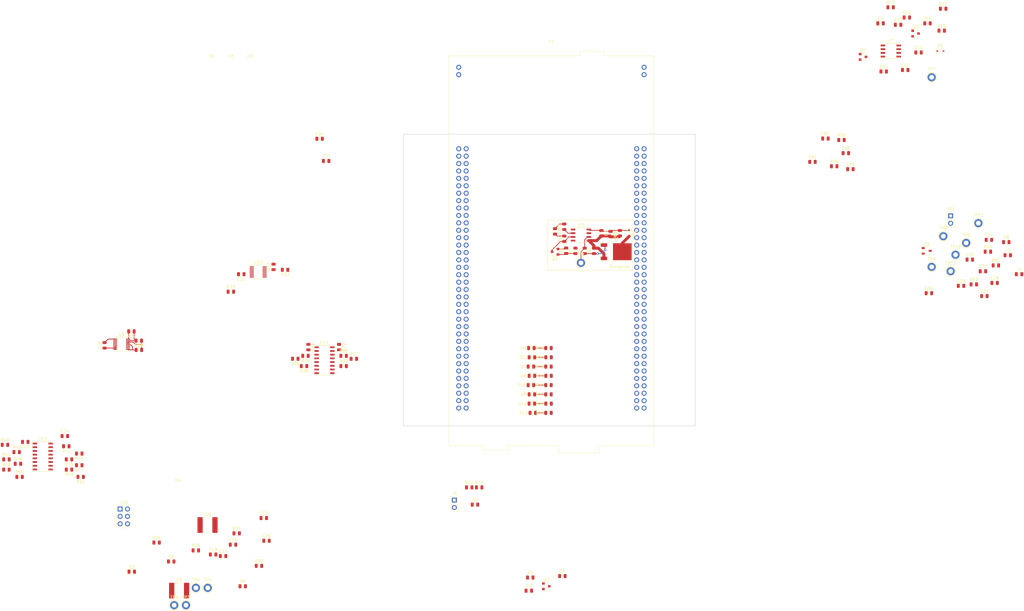
<source format=kicad_pcb>
(kicad_pcb (version 20171130) (host pcbnew "(5.1.4)-1")
  (layers (0 F.Cu signal) (31 B.Cu signal) (34 B.Paste user) (35 F.Paste user) (36 B.SilkS user) (37 F.SilkS user) (38 B.Mask user) (39 F.Mask user) (44 Edge.Cuts user))
  (net 0 "")
  (net 1 GNDPWR)
  (net 2 +12V)
  (net 3 /PB1)
  (net 4 GND)
  (net 5 +5V)
  (net 6 "Net-(C5-Pad1)")
  (net 7 +3V3)
  (net 8 "Net-(C8-Pad2)")
  (net 9 "Net-(C8-Pad1)")
  (net 10 "Net-(C13-Pad1)")
  (net 11 "Net-(C14-Pad1)")
  (net 12 "Net-(C16-Pad1)")
  (net 13 "Net-(C18-Pad1)")
  (net 14 +5VL)
  (net 15 GND_A)
  (net 16 "Net-(C25-Pad1)")
  (net 17 "Net-(C27-Pad1)")
  (net 18 "Net-(C27-Pad2)")
  (net 19 /ADC1_CH3)
  (net 20 /ADC1_CH2)
  (net 21 "/Contactor Driver/CONTACTOR_V-")
  (net 22 "Net-(D2-Pad1)")
  (net 23 "Net-(D2-Pad2)")
  (net 24 "Net-(D3-Pad2)")
  (net 25 "Net-(D4-Pad1)")
  (net 26 "Net-(D5-Pad2)")
  (net 27 /RUN)
  (net 28 "Net-(D6-Pad1)")
  (net 29 "Net-(D7-Pad1)")
  (net 30 /PC3)
  (net 31 "Net-(D8-Pad1)")
  (net 32 /PC2)
  (net 33 /PC1)
  (net 34 "Net-(D9-Pad1)")
  (net 35 "Net-(D10-Pad1)")
  (net 36 /PC0)
  (net 37 /PA7)
  (net 38 "Net-(D11-Pad1)")
  (net 39 "Net-(D12-Pad1)")
  (net 40 /PA6)
  (net 41 /PA5)
  (net 42 "Net-(D13-Pad1)")
  (net 43 "Net-(FB1-Pad2)")
  (net 44 "Net-(FB1-Pad1)")
  (net 45 "Net-(FB2-Pad1)")
  (net 46 "Net-(FB2-Pad2)")
  (net 47 /I2C3_SDA)
  (net 48 /I2C3_SCL)
  (net 49 /SPI/DISP_POL)
  (net 50 /SPI/DISP_PHA)
  (net 51 /CAN/TERM_L)
  (net 52 /CAN/TERM_H)
  (net 53 "Net-(Q1-Pad1)")
  (net 54 "Net-(Q2-Pad1)")
  (net 55 "Net-(Q3-Pad1)")
  (net 56 "Net-(Q4-Pad1)")
  (net 57 "Net-(Q4-Pad3)")
  (net 58 "Net-(J1-Pad4)")
  (net 59 "Net-(R3-Pad1)")
  (net 60 "Net-(R5-Pad2)")
  (net 61 /PB0)
  (net 62 "Net-(R12-Pad1)")
  (net 63 "Net-(R14-Pad2)")
  (net 64 /FAULT)
  (net 65 /SPI/VOLT_IP)
  (net 66 "Net-(R27-Pad1)")
  (net 67 "Net-(R27-Pad2)")
  (net 68 /SPI/VOLT_IM)
  (net 69 /SPI/DISP_IP)
  (net 70 /SPI/DISP_IM)
  (net 71 "Net-(R32-Pad2)")
  (net 72 "Net-(R32-Pad1)")
  (net 73 /SPI1_CLK)
  (net 74 "Net-(R34-Pad1)")
  (net 75 "Net-(R35-Pad1)")
  (net 76 "Net-(J9-Pad2)")
  (net 77 "Net-(R36-Pad1)")
  (net 78 /SPI1_MOSI)
  (net 79 "Net-(R37-Pad1)")
  (net 80 "Net-(J9-Pad3)")
  (net 81 /SPI1_MISO)
  (net 82 "Net-(R38-Pad1)")
  (net 83 "Net-(R39-Pad1)")
  (net 84 "Net-(J9-Pad4)")
  (net 85 "Net-(R40-Pad2)")
  (net 86 /TEMP_CS1)
  (net 87 /SPI/CS1)
  (net 88 "Net-(R41-Pad2)")
  (net 89 /TEMP_CS2)
  (net 90 "Net-(R42-Pad2)")
  (net 91 "Net-(R43-Pad2)")
  (net 92 /SPI/CS2)
  (net 93 "Net-(R44-Pad2)")
  (net 94 /TEMP_CS3)
  (net 95 /SPI/CS3)
  (net 96 "Net-(R45-Pad2)")
  (net 97 /TEMP_CS4)
  (net 98 "Net-(R46-Pad2)")
  (net 99 "Net-(R47-Pad2)")
  (net 100 /SPI/CS4)
  (net 101 "Net-(R48-Pad2)")
  (net 102 /TEMP_CS5)
  (net 103 /SPI/CS5)
  (net 104 "Net-(R49-Pad2)")
  (net 105 /TEMP_CS6)
  (net 106 "Net-(R50-Pad2)")
  (net 107 /SPI/CS6)
  (net 108 "Net-(R51-Pad2)")
  (net 109 /CAN/CAN_H)
  (net 110 /CAN/CAN_L)
  (net 111 /CAN/RSlope)
  (net 112 "Net-(U1-Pad1)")
  (net 113 "Net-(U1-Pad2)")
  (net 114 "Net-(U1-Pad3)")
  (net 115 "Net-(U1-Pad4)")
  (net 116 "Net-(U1-Pad5)")
  (net 117 "Net-(U1-Pad7)")
  (net 118 "Net-(U1-Pad9)")
  (net 119 "Net-(U1-Pad10)")
  (net 120 "Net-(U1-Pad11)")
  (net 121 "Net-(U1-Pad12)")
  (net 122 "Net-(U1-Pad13)")
  (net 123 "Net-(U1-Pad14)")
  (net 124 "Net-(U1-Pad15)")
  (net 125 "Net-(U1-Pad17)")
  (net 126 "Net-(U1-Pad18)")
  (net 127 /DISPLAY_CS)
  (net 128 "Net-(U1-Pad23)")
  (net 129 "Net-(U1-Pad24)")
  (net 130 "Net-(U1-Pad25)")
  (net 131 "Net-(U1-Pad26)")
  (net 132 "Net-(U1-Pad27)")
  (net 133 "Net-(U1-Pad29)")
  (net 134 "Net-(U1-Pad30)")
  (net 135 "Net-(U1-Pad31)")
  (net 136 "Net-(U1-Pad32)")
  (net 137 "Net-(U1-Pad33)")
  (net 138 "Net-(U1-Pad39)")
  (net 139 "Net-(U1-Pad40)")
  (net 140 "Net-(U1-Pad41)")
  (net 141 "Net-(U1-Pad42)")
  (net 142 "Net-(U1-Pad43)")
  (net 143 "Net-(U1-Pad44)")
  (net 144 "Net-(U1-Pad45)")
  (net 145 "Net-(U1-Pad46)")
  (net 146 "Net-(U1-Pad47)")
  (net 147 "Net-(U1-Pad48)")
  (net 148 "Net-(U1-Pad50)")
  (net 149 "Net-(U1-Pad51)")
  (net 150 "Net-(U1-Pad52)")
  (net 151 "Net-(U1-Pad53)")
  (net 152 "Net-(U1-Pad54)")
  (net 153 "Net-(U1-Pad55)")
  (net 154 "Net-(U1-Pad56)")
  (net 155 "Net-(U1-Pad57)")
  (net 156 "Net-(U1-Pad58)")
  (net 157 "Net-(U1-Pad59)")
  (net 158 "Net-(U1-Pad61)")
  (net 159 "Net-(U1-Pad62)")
  (net 160 "Net-(U1-Pad63)")
  (net 161 "Net-(U1-Pad64)")
  (net 162 "Net-(U1-Pad65)")
  (net 163 "Net-(U1-Pad66)")
  (net 164 "Net-(U1-Pad67)")
  (net 165 "Net-(U1-Pad68)")
  (net 166 "Net-(U1-Pad69)")
  (net 167 "Net-(U1-Pad70)")
  (net 168 /CAN1_RX)
  (net 169 /CAN1_TX)
  (net 170 /PC5)
  (net 171 "Net-(U1-Pad79)")
  (net 172 "Net-(U1-Pad80)")
  (net 173 "Net-(U1-Pad82)")
  (net 174 "Net-(U1-Pad84)")
  (net 175 "Net-(U1-Pad86)")
  (net 176 /LTC6811_CS)
  (net 177 "Net-(U1-Pad90)")
  (net 178 /UART1_TX)
  (net 179 "Net-(U1-Pad94)")
  (net 180 "Net-(U1-Pad97)")
  (net 181 /UART1_RX)
  (net 182 /PC4)
  (net 183 "Net-(U1-Pad108)")
  (net 184 "Net-(U1-Pad110)")
  (net 185 "Net-(U1-Pad112)")
  (net 186 "Net-(U1-Pad113)")
  (net 187 "Net-(U1-Pad114)")
  (net 188 "Net-(U1-Pad115)")
  (net 189 "Net-(U1-Pad116)")
  (net 190 "Net-(U1-Pad117)")
  (net 191 "Net-(U1-Pad118)")
  (net 192 "Net-(U1-Pad119)")
  (net 193 "Net-(U1-Pad120)")
  (net 194 "Net-(U1-Pad121)")
  (net 195 "Net-(U1-Pad122)")
  (net 196 "Net-(U1-Pad123)")
  (net 197 "Net-(U1-Pad124)")
  (net 198 "Net-(U1-Pad125)")
  (net 199 "Net-(U1-Pad127)")
  (net 200 "Net-(U1-Pad128)")
  (net 201 "Net-(U1-Pad129)")
  (net 202 "Net-(U1-Pad130)")
  (net 203 "Net-(U1-Pad131)")
  (net 204 "Net-(U1-Pad132)")
  (net 205 "Net-(U1-Pad133)")
  (net 206 "Net-(U1-Pad134)")
  (net 207 "Net-(U1-Pad136)")
  (net 208 "Net-(U1-Pad137)")
  (net 209 "Net-(U1-Pad138)")
  (net 210 "Net-(U1-Pad139)")
  (net 211 "Net-(U1-Pad140)")
  (net 212 "Net-(U1-Pad141)")
  (net 213 "Net-(U1-Pad142)")
  (net 214 "Net-(U3-Pad1)")
  (net 215 "Net-(U3-Pad4)")
  (net 216 "Net-(U3-Pad7)")
  (net 217 "Net-(U7-Pad7)")
  (net 218 "Net-(U7-Pad4)")
  (net 219 "Net-(U7-Pad1)")
  (net 220 "Net-(U11-Pad5)")
  (net 221 "Net-(U11-Pad12)")
  (module Module:ST_Morpho_Connector_144_STLink (layer F.Cu) (at 124.5 55.5)
    (fp_text reference U1 (at 31.75 -36.83) (layer F.SilkS))
    (fp_text value NUCLEO144-F412ZG)
    (pad 1 thru_hole circle (at 0 0) (size 1.7 1.7) (drill 1) (layers *.Cu *.Mask) (net 112 "Net-(U1-Pad1)"))
    (pad 2 thru_hole circle (at 2.54 0) (size 1.7 1.7) (drill 1) (layers *.Cu *.Mask) (net 113 "Net-(U1-Pad2)"))
    (pad 3 thru_hole circle (at 0 2.54) (size 1.7 1.7) (drill 1) (layers *.Cu *.Mask) (net 114 "Net-(U1-Pad3)"))
    (pad 4 thru_hole circle (at 2.54 2.54) (size 1.7 1.7) (drill 1) (layers *.Cu *.Mask) (net 115 "Net-(U1-Pad4)"))
    (pad 5 thru_hole circle (at 0 5.08) (size 1.7 1.7) (drill 1) (layers *.Cu *.Mask) (net 116 "Net-(U1-Pad5)"))
    (pad 6 thru_hole circle (at 2.54 5.08) (size 1.7 1.7) (drill 1) (layers *.Cu *.Mask) (net 5 +5V))
    (pad 7 thru_hole circle (at 0 7.62) (size 1.7 1.7) (drill 1) (layers *.Cu *.Mask) (net 117 "Net-(U1-Pad7)"))
    (pad 8 thru_hole circle (at 2.54 7.62) (size 1.7 1.7) (drill 1) (layers *.Cu *.Mask) (net 4 GND))
    (pad 9 thru_hole circle (at 0 10.16) (size 1.7 1.7) (drill 1) (layers *.Cu *.Mask) (net 118 "Net-(U1-Pad9)"))
    (pad 10 thru_hole circle (at 2.54 10.16) (size 1.7 1.7) (drill 1) (layers *.Cu *.Mask) (net 119 "Net-(U1-Pad10)"))
    (pad 11 thru_hole circle (at 0 12.7) (size 1.7 1.7) (drill 1) (layers *.Cu *.Mask) (net 120 "Net-(U1-Pad11)"))
    (pad 12 thru_hole circle (at 2.54 12.7) (size 1.7 1.7) (drill 1) (layers *.Cu *.Mask) (net 121 "Net-(U1-Pad12)"))
    (pad 13 thru_hole circle (at 0 15.24) (size 1.7 1.7) (drill 1) (layers *.Cu *.Mask) (net 122 "Net-(U1-Pad13)"))
    (pad 14 thru_hole circle (at 2.54 15.24) (size 1.7 1.7) (drill 1) (layers *.Cu *.Mask) (net 123 "Net-(U1-Pad14)"))
    (pad 15 thru_hole circle (at 0 17.78) (size 1.7 1.7) (drill 1) (layers *.Cu *.Mask) (net 124 "Net-(U1-Pad15)"))
    (pad 16 thru_hole circle (at 2.54 17.78) (size 1.7 1.7) (drill 1) (layers *.Cu *.Mask) (net 7 +3V3))
    (pad 17 thru_hole circle (at 0 20.32) (size 1.7 1.7) (drill 1) (layers *.Cu *.Mask) (net 125 "Net-(U1-Pad17)"))
    (pad 18 thru_hole circle (at 2.54 20.32) (size 1.7 1.7) (drill 1) (layers *.Cu *.Mask) (net 126 "Net-(U1-Pad18)"))
    (pad 19 thru_hole circle (at 0 22.86) (size 1.7 1.7) (drill 1) (layers *.Cu *.Mask) (net 4 GND))
    (pad 20 thru_hole circle (at 2.54 22.86) (size 1.7 1.7) (drill 1) (layers *.Cu *.Mask) (net 4 GND))
    (pad 21 thru_hole circle (at 0 25.4) (size 1.7 1.7) (drill 1) (layers *.Cu *.Mask) (net 127 /DISPLAY_CS))
    (pad 22 thru_hole circle (at 2.54 25.4) (size 1.7 1.7) (drill 1) (layers *.Cu *.Mask) (net 4 GND))
    (pad 23 thru_hole circle (at 0 27.94) (size 1.7 1.7) (drill 1) (layers *.Cu *.Mask) (net 128 "Net-(U1-Pad23)"))
    (pad 24 thru_hole circle (at 2.54 27.94) (size 1.7 1.7) (drill 1) (layers *.Cu *.Mask) (net 129 "Net-(U1-Pad24)"))
    (pad 25 thru_hole circle (at 0 30.48) (size 1.7 1.7) (drill 1) (layers *.Cu *.Mask) (net 130 "Net-(U1-Pad25)"))
    (pad 26 thru_hole circle (at 2.54 30.48) (size 1.7 1.7) (drill 1) (layers *.Cu *.Mask) (net 131 "Net-(U1-Pad26)"))
    (pad 27 thru_hole circle (at 0 33.02) (size 1.7 1.7) (drill 1) (layers *.Cu *.Mask) (net 132 "Net-(U1-Pad27)"))
    (pad 28 thru_hole circle (at 2.54 33.02) (size 1.7 1.7) (drill 1) (layers *.Cu *.Mask) (net 27 /RUN))
    (pad 29 thru_hole circle (at 0 35.56) (size 1.7 1.7) (drill 1) (layers *.Cu *.Mask) (net 133 "Net-(U1-Pad29)"))
    (pad 30 thru_hole circle (at 2.54 35.56) (size 1.7 1.7) (drill 1) (layers *.Cu *.Mask) (net 134 "Net-(U1-Pad30)"))
    (pad 31 thru_hole circle (at 0 38.1) (size 1.7 1.7) (drill 1) (layers *.Cu *.Mask) (net 135 "Net-(U1-Pad31)"))
    (pad 32 thru_hole circle (at 2.54 38.1) (size 1.7 1.7) (drill 1) (layers *.Cu *.Mask) (net 136 "Net-(U1-Pad32)"))
    (pad 33 thru_hole circle (at 0 40.64) (size 1.7 1.7) (drill 1) (layers *.Cu *.Mask) (net 137 "Net-(U1-Pad33)"))
    (pad 34 thru_hole circle (at 2.54 40.64) (size 1.7 1.7) (drill 1) (layers *.Cu *.Mask) (net 61 /PB0))
    (pad 35 thru_hole circle (at 0 43.18) (size 1.7 1.7) (drill 1) (layers *.Cu *.Mask) (net 32 /PC2))
    (pad 36 thru_hole circle (at 2.54 43.18) (size 1.7 1.7) (drill 1) (layers *.Cu *.Mask) (net 33 /PC1))
    (pad 37 thru_hole circle (at 0 45.72) (size 1.7 1.7) (drill 1) (layers *.Cu *.Mask) (net 30 /PC3))
    (pad 38 thru_hole circle (at 2.54 45.72) (size 1.7 1.7) (drill 1) (layers *.Cu *.Mask) (net 36 /PC0))
    (pad 39 thru_hole circle (at 0 48.26) (size 1.7 1.7) (drill 1) (layers *.Cu *.Mask) (net 138 "Net-(U1-Pad39)"))
    (pad 40 thru_hole circle (at 2.54 48.26) (size 1.7 1.7) (drill 1) (layers *.Cu *.Mask) (net 139 "Net-(U1-Pad40)"))
    (pad 41 thru_hole circle (at 0 50.8) (size 1.7 1.7) (drill 1) (layers *.Cu *.Mask) (net 140 "Net-(U1-Pad41)"))
    (pad 42 thru_hole circle (at 2.54 50.8) (size 1.7 1.7) (drill 1) (layers *.Cu *.Mask) (net 141 "Net-(U1-Pad42)"))
    (pad 43 thru_hole circle (at 0 53.34) (size 1.7 1.7) (drill 1) (layers *.Cu *.Mask) (net 142 "Net-(U1-Pad43)"))
    (pad 44 thru_hole circle (at 2.54 53.34) (size 1.7 1.7) (drill 1) (layers *.Cu *.Mask) (net 143 "Net-(U1-Pad44)"))
    (pad 45 thru_hole circle (at 0 55.88) (size 1.7 1.7) (drill 1) (layers *.Cu *.Mask) (net 144 "Net-(U1-Pad45)"))
    (pad 46 thru_hole circle (at 2.54 55.88) (size 1.7 1.7) (drill 1) (layers *.Cu *.Mask) (net 145 "Net-(U1-Pad46)"))
    (pad 47 thru_hole circle (at 0 58.42) (size 1.7 1.7) (drill 1) (layers *.Cu *.Mask) (net 146 "Net-(U1-Pad47)"))
    (pad 48 thru_hole circle (at 2.54 58.42) (size 1.7 1.7) (drill 1) (layers *.Cu *.Mask) (net 147 "Net-(U1-Pad48)"))
    (pad 49 thru_hole circle (at 0 60.96) (size 1.7 1.7) (drill 1) (layers *.Cu *.Mask) (net 4 GND))
    (pad 50 thru_hole circle (at 2.54 60.96) (size 1.7 1.7) (drill 1) (layers *.Cu *.Mask) (net 148 "Net-(U1-Pad50)"))
    (pad 51 thru_hole circle (at 0 63.5) (size 1.7 1.7) (drill 1) (layers *.Cu *.Mask) (net 149 "Net-(U1-Pad51)"))
    (pad 52 thru_hole circle (at 2.54 63.5) (size 1.7 1.7) (drill 1) (layers *.Cu *.Mask) (net 150 "Net-(U1-Pad52)"))
    (pad 53 thru_hole circle (at 0 66.04) (size 1.7 1.7) (drill 1) (layers *.Cu *.Mask) (net 151 "Net-(U1-Pad53)"))
    (pad 54 thru_hole circle (at 2.54 66.04) (size 1.7 1.7) (drill 1) (layers *.Cu *.Mask) (net 152 "Net-(U1-Pad54)"))
    (pad 55 thru_hole circle (at 0 68.58) (size 1.7 1.7) (drill 1) (layers *.Cu *.Mask) (net 153 "Net-(U1-Pad55)"))
    (pad 56 thru_hole circle (at 2.54 68.58) (size 1.7 1.7) (drill 1) (layers *.Cu *.Mask) (net 154 "Net-(U1-Pad56)"))
    (pad 57 thru_hole circle (at 0 71.12) (size 1.7 1.7) (drill 1) (layers *.Cu *.Mask) (net 155 "Net-(U1-Pad57)"))
    (pad 58 thru_hole circle (at 2.54 71.12) (size 1.7 1.7) (drill 1) (layers *.Cu *.Mask) (net 156 "Net-(U1-Pad58)"))
    (pad 59 thru_hole circle (at 0 73.66) (size 1.7 1.7) (drill 1) (layers *.Cu *.Mask) (net 157 "Net-(U1-Pad59)"))
    (pad 60 thru_hole circle (at 2.54 73.66) (size 1.7 1.7) (drill 1) (layers *.Cu *.Mask) (net 4 GND))
    (pad 61 thru_hole circle (at 0 76.2) (size 1.7 1.7) (drill 1) (layers *.Cu *.Mask) (net 158 "Net-(U1-Pad61)"))
    (pad 62 thru_hole circle (at 2.54 76.2) (size 1.7 1.7) (drill 1) (layers *.Cu *.Mask) (net 159 "Net-(U1-Pad62)"))
    (pad 63 thru_hole circle (at 0 78.74) (size 1.7 1.7) (drill 1) (layers *.Cu *.Mask) (net 160 "Net-(U1-Pad63)"))
    (pad 64 thru_hole circle (at 2.54 78.74) (size 1.7 1.7) (drill 1) (layers *.Cu *.Mask) (net 161 "Net-(U1-Pad64)"))
    (pad 65 thru_hole circle (at 0 81.28) (size 1.7 1.7) (drill 1) (layers *.Cu *.Mask) (net 162 "Net-(U1-Pad65)"))
    (pad 66 thru_hole circle (at 2.54 81.28) (size 1.7 1.7) (drill 1) (layers *.Cu *.Mask) (net 163 "Net-(U1-Pad66)"))
    (pad 67 thru_hole circle (at 0 83.82) (size 1.7 1.7) (drill 1) (layers *.Cu *.Mask) (net 164 "Net-(U1-Pad67)"))
    (pad 68 thru_hole circle (at 2.54 83.82) (size 1.7 1.7) (drill 1) (layers *.Cu *.Mask) (net 165 "Net-(U1-Pad68)"))
    (pad 69 thru_hole circle (at 0 86.36) (size 1.7 1.7) (drill 1) (layers *.Cu *.Mask) (net 166 "Net-(U1-Pad69)"))
    (pad 70 thru_hole circle (at 2.54 86.36) (size 1.7 1.7) (drill 1) (layers *.Cu *.Mask) (net 167 "Net-(U1-Pad70)"))
    (pad 71 thru_hole circle (at 0 88.9) (size 1.7 1.7) (drill 1) (layers *.Cu *.Mask) (net 4 GND))
    (pad 72 thru_hole circle (at 2.54 88.9) (size 1.7 1.7) (drill 1) (layers *.Cu *.Mask) (net 4 GND))
    (pad 73 thru_hole circle (at 60.96 0) (size 1.7 1.7) (drill 1) (layers *.Cu *.Mask) (net 47 /I2C3_SDA))
    (pad 74 thru_hole circle (at 63.5 0) (size 1.7 1.7) (drill 1) (layers *.Cu *.Mask) (net 105 /TEMP_CS6))
    (pad 75 thru_hole circle (at 60.96 2.54) (size 1.7 1.7) (drill 1) (layers *.Cu *.Mask) (net 168 /CAN1_RX))
    (pad 76 thru_hole circle (at 63.5 2.54) (size 1.7 1.7) (drill 1) (layers *.Cu *.Mask) (net 97 /TEMP_CS4))
    (pad 77 thru_hole circle (at 60.96 5.08) (size 1.7 1.7) (drill 1) (layers *.Cu *.Mask) (net 169 /CAN1_TX))
    (pad 78 thru_hole circle (at 63.5 5.08) (size 1.7 1.7) (drill 1) (layers *.Cu *.Mask) (net 170 /PC5))
    (pad 79 thru_hole circle (at 60.96 7.62) (size 1.7 1.7) (drill 1) (layers *.Cu *.Mask) (net 171 "Net-(U1-Pad79)"))
    (pad 80 thru_hole circle (at 63.5 7.62) (size 1.7 1.7) (drill 1) (layers *.Cu *.Mask) (net 172 "Net-(U1-Pad80)"))
    (pad 81 thru_hole circle (at 60.96 10.16) (size 1.7 1.7) (drill 1) (layers *.Cu *.Mask) (net 4 GND))
    (pad 82 thru_hole circle (at 63.5 10.16) (size 1.7 1.7) (drill 1) (layers *.Cu *.Mask) (net 173 "Net-(U1-Pad82)"))
    (pad 83 thru_hole circle (at 60.96 12.7) (size 1.7 1.7) (drill 1) (layers *.Cu *.Mask) (net 41 /PA5))
    (pad 84 thru_hole circle (at 63.5 12.7) (size 1.7 1.7) (drill 1) (layers *.Cu *.Mask) (net 174 "Net-(U1-Pad84)"))
    (pad 85 thru_hole circle (at 60.96 15.24) (size 1.7 1.7) (drill 1) (layers *.Cu *.Mask) (net 40 /PA6))
    (pad 86 thru_hole circle (at 63.5 15.24) (size 1.7 1.7) (drill 1) (layers *.Cu *.Mask) (net 175 "Net-(U1-Pad86)"))
    (pad 87 thru_hole circle (at 60.96 17.78) (size 1.7 1.7) (drill 1) (layers *.Cu *.Mask) (net 37 /PA7))
    (pad 88 thru_hole circle (at 63.5 17.78) (size 1.7 1.7) (drill 1) (layers *.Cu *.Mask) (net 64 /FAULT))
    (pad 89 thru_hole circle (at 60.96 20.32) (size 1.7 1.7) (drill 1) (layers *.Cu *.Mask) (net 176 /LTC6811_CS))
    (pad 90 thru_hole circle (at 63.5 20.32) (size 1.7 1.7) (drill 1) (layers *.Cu *.Mask) (net 177 "Net-(U1-Pad90)"))
    (pad 91 thru_hole circle (at 60.96 22.86) (size 1.7 1.7) (drill 1) (layers *.Cu *.Mask) (net 102 /TEMP_CS5))
    (pad 92 thru_hole circle (at 63.5 22.86) (size 1.7 1.7) (drill 1) (layers *.Cu *.Mask) (net 4 GND))
    (pad 93 thru_hole circle (at 60.96 25.4) (size 1.7 1.7) (drill 1) (layers *.Cu *.Mask) (net 178 /UART1_TX))
    (pad 94 thru_hole circle (at 63.5 25.4) (size 1.7 1.7) (drill 1) (layers *.Cu *.Mask) (net 179 "Net-(U1-Pad94)"))
    (pad 95 thru_hole circle (at 60.96 27.94) (size 1.7 1.7) (drill 1) (layers *.Cu *.Mask) (net 48 /I2C3_SCL))
    (pad 96 thru_hole circle (at 63.5 27.94) (size 1.7 1.7) (drill 1) (layers *.Cu *.Mask) (net 3 /PB1))
    (pad 97 thru_hole circle (at 60.96 30.48) (size 1.7 1.7) (drill 1) (layers *.Cu *.Mask) (net 180 "Net-(U1-Pad97)"))
    (pad 98 thru_hole circle (at 63.5 30.48) (size 1.7 1.7) (drill 1) (layers *.Cu *.Mask) (net 94 /TEMP_CS3))
    (pad 99 thru_hole circle (at 60.96 33.02) (size 1.7 1.7) (drill 1) (layers *.Cu *.Mask) (net 81 /SPI1_MISO))
    (pad 100 thru_hole circle (at 63.5 33.02) (size 1.7 1.7) (drill 1) (layers *.Cu *.Mask) (net 89 /TEMP_CS2))
    (pad 101 thru_hole circle (at 60.96 35.56) (size 1.7 1.7) (drill 1) (layers *.Cu *.Mask) (net 78 /SPI1_MOSI))
    (pad 102 thru_hole circle (at 63.5 35.56) (size 1.7 1.7) (drill 1) (layers *.Cu *.Mask) (net 86 /TEMP_CS1))
    (pad 103 thru_hole circle (at 60.96 38.1) (size 1.7 1.7) (drill 1) (layers *.Cu *.Mask) (net 73 /SPI1_CLK))
    (pad 104 thru_hole circle (at 63.5 38.1) (size 1.7 1.7) (drill 1) (layers *.Cu *.Mask) (net 4 GND))
    (pad 105 thru_hole circle (at 60.96 40.64) (size 1.7 1.7) (drill 1) (layers *.Cu *.Mask) (net 181 /UART1_RX))
    (pad 106 thru_hole circle (at 63.5 40.64) (size 1.7 1.7) (drill 1) (layers *.Cu *.Mask) (net 182 /PC4))
    (pad 107 thru_hole circle (at 60.96 43.18) (size 1.7 1.7) (drill 1) (layers *.Cu *.Mask) (net 20 /ADC1_CH2))
    (pad 108 thru_hole circle (at 63.5 43.18) (size 1.7 1.7) (drill 1) (layers *.Cu *.Mask) (net 183 "Net-(U1-Pad108)"))
    (pad 109 thru_hole circle (at 60.96 45.72) (size 1.7 1.7) (drill 1) (layers *.Cu *.Mask) (net 19 /ADC1_CH3))
    (pad 110 thru_hole circle (at 63.5 45.72) (size 1.7 1.7) (drill 1) (layers *.Cu *.Mask) (net 184 "Net-(U1-Pad110)"))
    (pad 111 thru_hole circle (at 60.96 48.26) (size 1.7 1.7) (drill 1) (layers *.Cu *.Mask) (net 4 GND))
    (pad 112 thru_hole circle (at 63.5 48.26) (size 1.7 1.7) (drill 1) (layers *.Cu *.Mask) (net 185 "Net-(U1-Pad112)"))
    (pad 113 thru_hole circle (at 60.96 50.8) (size 1.7 1.7) (drill 1) (layers *.Cu *.Mask) (net 186 "Net-(U1-Pad113)"))
    (pad 114 thru_hole circle (at 63.5 50.8) (size 1.7 1.7) (drill 1) (layers *.Cu *.Mask) (net 187 "Net-(U1-Pad114)"))
    (pad 115 thru_hole circle (at 60.96 53.34) (size 1.7 1.7) (drill 1) (layers *.Cu *.Mask) (net 188 "Net-(U1-Pad115)"))
    (pad 116 thru_hole circle (at 63.5 53.34) (size 1.7 1.7) (drill 1) (layers *.Cu *.Mask) (net 189 "Net-(U1-Pad116)"))
    (pad 117 thru_hole circle (at 60.96 55.88) (size 1.7 1.7) (drill 1) (layers *.Cu *.Mask) (net 190 "Net-(U1-Pad117)"))
    (pad 118 thru_hole circle (at 63.5 55.88) (size 1.7 1.7) (drill 1) (layers *.Cu *.Mask) (net 191 "Net-(U1-Pad118)"))
    (pad 119 thru_hole circle (at 60.96 58.42) (size 1.7 1.7) (drill 1) (layers *.Cu *.Mask) (net 192 "Net-(U1-Pad119)"))
    (pad 120 thru_hole circle (at 63.5 58.42) (size 1.7 1.7) (drill 1) (layers *.Cu *.Mask) (net 193 "Net-(U1-Pad120)"))
    (pad 121 thru_hole circle (at 60.96 60.96) (size 1.7 1.7) (drill 1) (layers *.Cu *.Mask) (net 194 "Net-(U1-Pad121)"))
    (pad 122 thru_hole circle (at 63.5 60.96) (size 1.7 1.7) (drill 1) (layers *.Cu *.Mask) (net 195 "Net-(U1-Pad122)"))
    (pad 123 thru_hole circle (at 60.96 63.5) (size 1.7 1.7) (drill 1) (layers *.Cu *.Mask) (net 196 "Net-(U1-Pad123)"))
    (pad 124 thru_hole circle (at 63.5 63.5) (size 1.7 1.7) (drill 1) (layers *.Cu *.Mask) (net 197 "Net-(U1-Pad124)"))
    (pad 125 thru_hole circle (at 60.96 66.04) (size 1.7 1.7) (drill 1) (layers *.Cu *.Mask) (net 198 "Net-(U1-Pad125)"))
    (pad 126 thru_hole circle (at 63.5 66.04) (size 1.7 1.7) (drill 1) (layers *.Cu *.Mask) (net 4 GND))
    (pad 127 thru_hole circle (at 60.96 68.58) (size 1.7 1.7) (drill 1) (layers *.Cu *.Mask) (net 199 "Net-(U1-Pad127)"))
    (pad 128 thru_hole circle (at 63.5 68.58) (size 1.7 1.7) (drill 1) (layers *.Cu *.Mask) (net 200 "Net-(U1-Pad128)"))
    (pad 129 thru_hole circle (at 60.96 71.12) (size 1.7 1.7) (drill 1) (layers *.Cu *.Mask) (net 201 "Net-(U1-Pad129)"))
    (pad 130 thru_hole circle (at 63.5 71.12) (size 1.7 1.7) (drill 1) (layers *.Cu *.Mask) (net 202 "Net-(U1-Pad130)"))
    (pad 131 thru_hole circle (at 60.96 73.66) (size 1.7 1.7) (drill 1) (layers *.Cu *.Mask) (net 203 "Net-(U1-Pad131)"))
    (pad 132 thru_hole circle (at 63.5 73.66) (size 1.7 1.7) (drill 1) (layers *.Cu *.Mask) (net 204 "Net-(U1-Pad132)"))
    (pad 133 thru_hole circle (at 60.96 76.2) (size 1.7 1.7) (drill 1) (layers *.Cu *.Mask) (net 205 "Net-(U1-Pad133)"))
    (pad 134 thru_hole circle (at 63.5 76.2) (size 1.7 1.7) (drill 1) (layers *.Cu *.Mask) (net 206 "Net-(U1-Pad134)"))
    (pad 135 thru_hole circle (at 60.96 78.74) (size 1.7 1.7) (drill 1) (layers *.Cu *.Mask) (net 4 GND))
    (pad 136 thru_hole circle (at 63.5 78.74) (size 1.7 1.7) (drill 1) (layers *.Cu *.Mask) (net 207 "Net-(U1-Pad136)"))
    (pad 137 thru_hole circle (at 60.96 81.28) (size 1.7 1.7) (drill 1) (layers *.Cu *.Mask) (net 208 "Net-(U1-Pad137)"))
    (pad 138 thru_hole circle (at 63.5 81.28) (size 1.7 1.7) (drill 1) (layers *.Cu *.Mask) (net 209 "Net-(U1-Pad138)"))
    (pad 139 thru_hole circle (at 60.96 83.82) (size 1.7 1.7) (drill 1) (layers *.Cu *.Mask) (net 210 "Net-(U1-Pad139)"))
    (pad 140 thru_hole circle (at 63.5 83.82) (size 1.7 1.7) (drill 1) (layers *.Cu *.Mask) (net 211 "Net-(U1-Pad140)"))
    (pad 141 thru_hole circle (at 60.96 86.36) (size 1.7 1.7) (drill 1) (layers *.Cu *.Mask) (net 212 "Net-(U1-Pad141)"))
    (pad 142 thru_hole circle (at 63.5 86.36) (size 1.7 1.7) (drill 1) (layers *.Cu *.Mask) (net 213 "Net-(U1-Pad142)"))
    (pad 143 thru_hole circle (at 60.96 88.9) (size 1.7 1.7) (drill 1) (layers *.Cu *.Mask) (net 4 GND))
    (pad 144 thru_hole circle (at 63.5 88.9) (size 1.7 1.7) (drill 1) (layers *.Cu *.Mask) (net 4 GND))
    (pad 145 thru_hole circle (at 0 -27.94) (size 1.7 1.7) (drill 1) (layers *.Cu *.Mask))
    (pad 146 thru_hole circle (at 0 -25.4) (size 1.7 1.7) (drill 1) (layers *.Cu *.Mask))
    (pad 147 thru_hole circle (at 63.5 -27.94) (size 1.7 1.7) (drill 1) (layers *.Cu *.Mask))
    (pad 148 thru_hole circle (at 63.5 -25.4) (size 1.7 1.7) (drill 1) (layers *.Cu *.Mask))
  )
  (module Diode_SMD:D_SOD-323 (layer F.Cu) (at 182.88 84.455 270)
    (fp_text reference D1 (at 0 -1.85 90) (layer F.SilkS))
    (fp_text value 1N4148WS)
    (pad 2 smd rect (at 1.05 0 270) (size 0.6 0.45) (layers F.Cu F.Paste F.Mask) (net 21 "/Contactor Driver/CONTACTOR_V-"))
    (pad 1 smd rect (at -1.05 0 270) (size 0.6 0.45) (layers F.Cu F.Paste F.Mask) (net 2 +12V))
  )
  (module Capacitor_SMD:C_0805_2012Metric (layer F.Cu) (at 179.705 84.455 90)
    (fp_text reference C1 (at 0 -1.65 90) (layer F.SilkS))
    (fp_text value 1uF)
    (pad 1 smd roundrect (at -0.9375 0 90) (size 0.975 1.4) (layers F.Cu F.Paste F.Mask) (net 1 GNDPWR))
    (pad 2 smd roundrect (at 0.9375 0 90) (size 0.975 1.4) (layers F.Cu F.Paste F.Mask) (net 2 +12V))
  )
  (module Capacitor_SMD:C_0805_2012Metric (layer F.Cu) (at 176.53 84.7575 270)
    (fp_text reference C2 (at 0 -1.65 90) (layer F.SilkS))
    (fp_text value 10uF)
    (pad 2 smd roundrect (at 0.9375 0 270) (size 0.975 1.4) (layers F.Cu F.Paste F.Mask) (net 1 GNDPWR))
    (pad 1 smd roundrect (at -0.9375 0 270) (size 0.975 1.4) (layers F.Cu F.Paste F.Mask) (net 2 +12V))
  )
  (module Capacitor_SMD:C_0805_2012Metric (layer F.Cu) (at 173.355 84.455 270)
    (fp_text reference C3 (at 0 -1.65 90) (layer F.SilkS))
    (fp_text value 0.1uF)
    (pad 2 smd roundrect (at 0.9375 0 270) (size 0.975 1.4) (layers F.Cu F.Paste F.Mask) (net 1 GNDPWR))
    (pad 1 smd roundrect (at -0.9375 0 270) (size 0.975 1.4) (layers F.Cu F.Paste F.Mask) (net 2 +12V))
  )
  (module Capacitor_SMD:C_0805_2012Metric (layer F.Cu) (at 160 202)
    (fp_text reference C4 (at 0 -1.65) (layer F.SilkS))
    (fp_text value 1uF)
    (pad 1 smd roundrect (at -0.9375 0) (size 0.975 1.4) (layers F.Cu F.Paste F.Mask) (net 3 /PB1))
    (pad 2 smd roundrect (at 0.9375 0) (size 0.975 1.4) (layers F.Cu F.Paste F.Mask) (net 4 GND))
  )
  (module Capacitor_SMD:C_2220_5650Metric (layer F.Cu) (at 28.725001 206.985001)
    (fp_text reference C5 (at 0 -3.65) (layer F.SilkS))
    (fp_text value 470pF)
    (pad 2 smd roundrect (at 2.55 0) (size 1.8 5.4) (layers F.Cu F.Paste F.Mask) (roundrect_rratio 0.138889) (net 5 +5V))
    (pad 1 smd roundrect (at -2.55 0) (size 1.8 5.4) (layers F.Cu F.Paste F.Mask) (roundrect_rratio 0.138889) (net 6 "Net-(C5-Pad1)"))
  )
  (module Capacitor_SMD:C_0805_2012Metric (layer F.Cu) (at 26 197)
    (fp_text reference C6 (at 0 -1.65) (layer F.SilkS))
    (fp_text value 4.7uF)
    (pad 2 smd roundrect (at 0.9375 0) (size 0.975 1.4) (layers F.Cu F.Paste F.Mask) (net 1 GNDPWR))
    (pad 1 smd roundrect (at -0.9375 0) (size 0.975 1.4) (layers F.Cu F.Paste F.Mask) (net 2 +12V))
  )
  (module Capacitor_SMD:C_0805_2012Metric (layer F.Cu) (at 79.0725 59.69)
    (fp_text reference C7 (at 0 -1.65) (layer F.SilkS))
    (fp_text value 0.1uF)
    (pad 1 smd roundrect (at -0.9375 0) (size 0.975 1.4) (layers F.Cu F.Paste F.Mask) (net 4 GND))
    (pad 2 smd roundrect (at 0.9375 0) (size 0.975 1.4) (layers F.Cu F.Paste F.Mask) (net 7 +3V3))
  )
  (module Capacitor_SMD:C_0805_2012Metric (layer F.Cu) (at 312.0625 87.5)
    (fp_text reference C8 (at 0 -1.65) (layer F.SilkS))
    (fp_text value 0.22uF)
    (pad 2 smd roundrect (at 0.9375 0) (size 0.975 1.4) (layers F.Cu F.Paste F.Mask) (net 8 "Net-(C8-Pad2)"))
    (pad 1 smd roundrect (at -0.9375 0) (size 0.975 1.4) (layers F.Cu F.Paste F.Mask) (net 9 "Net-(C8-Pad1)"))
  )
  (module Capacitor_SMD:C_0805_2012Metric (layer F.Cu) (at 130.0625 177.5)
    (fp_text reference C9 (at 0 -1.65) (layer F.SilkS))
    (fp_text value 0.1uF)
    (pad 1 smd roundrect (at -0.9375 0) (size 0.975 1.4) (layers F.Cu F.Paste F.Mask) (net 7 +3V3))
    (pad 2 smd roundrect (at 0.9375 0) (size 0.975 1.4) (layers F.Cu F.Paste F.Mask) (net 4 GND))
  )
  (module Capacitor_SMD:C_0805_2012Metric (layer F.Cu) (at 270.0625 29)
    (fp_text reference C10 (at 0 -1.65) (layer F.SilkS))
    (fp_text value 1uF)
    (pad 2 smd roundrect (at 0.9375 0) (size 0.975 1.4) (layers F.Cu F.Paste F.Mask) (net 2 +12V))
    (pad 1 smd roundrect (at -0.9375 0) (size 0.975 1.4) (layers F.Cu F.Paste F.Mask) (net 1 GNDPWR))
  )
  (module Capacitor_SMD:C_0805_2012Metric (layer F.Cu) (at 282 22.5)
    (fp_text reference C11 (at 0 -1.65) (layer F.SilkS))
    (fp_text value 10uF)
    (pad 2 smd roundrect (at 0.9375 0) (size 0.975 1.4) (layers F.Cu F.Paste F.Mask) (net 1 GNDPWR))
    (pad 1 smd roundrect (at -0.9375 0) (size 0.975 1.4) (layers F.Cu F.Paste F.Mask) (net 2 +12V))
  )
  (module Capacitor_SMD:C_0805_2012Metric (layer F.Cu) (at 277.4375 28.5)
    (fp_text reference C12 (at 0 -1.65) (layer F.SilkS))
    (fp_text value 0.1uF)
    (pad 1 smd roundrect (at -0.9375 0) (size 0.975 1.4) (layers F.Cu F.Paste F.Mask) (net 2 +12V))
    (pad 2 smd roundrect (at 0.9375 0) (size 0.975 1.4) (layers F.Cu F.Paste F.Mask) (net 1 GNDPWR))
  )
  (module Capacitor_SMD:C_0805_2012Metric (layer F.Cu) (at 57.715001 182.095001)
    (fp_text reference C13 (at 0 -1.65) (layer F.SilkS))
    (fp_text value 0.01uF)
    (pad 1 smd roundrect (at -0.9375 0) (size 0.975 1.4) (layers F.Cu F.Paste F.Mask) (net 10 "Net-(C13-Pad1)"))
    (pad 2 smd roundrect (at 0.9375 0) (size 0.975 1.4) (layers F.Cu F.Paste F.Mask) (net 4 GND))
  )
  (module Capacitor_SMD:C_0805_2012Metric (layer F.Cu) (at 43.765001 195.145001)
    (fp_text reference C14 (at 0 -1.65) (layer F.SilkS))
    (fp_text value 0.01uF)
    (pad 2 smd roundrect (at 0.9375 0) (size 0.975 1.4) (layers F.Cu F.Paste F.Mask) (net 4 GND))
    (pad 1 smd roundrect (at -0.9375 0) (size 0.975 1.4) (layers F.Cu F.Paste F.Mask) (net 11 "Net-(C14-Pad1)"))
  )
  (module Capacitor_SMD:C_0805_2012Metric (layer F.Cu) (at 3.175 122.8875 90)
    (fp_text reference C15 (at 0 -1.65 270) (layer F.SilkS))
    (fp_text value 0.1uF)
    (pad 1 smd roundrect (at -0.9375 0 90) (size 0.975 1.4) (layers F.Cu F.Paste F.Mask) (net 5 +5V))
    (pad 2 smd roundrect (at 0.9375 0 90) (size 0.975 1.4) (layers F.Cu F.Paste F.Mask) (net 4 GND))
  )
  (module Capacitor_SMD:C_0805_2012Metric (layer F.Cu) (at 47.175001 191.245001)
    (fp_text reference C16 (at 0 -1.65) (layer F.SilkS))
    (fp_text value 0.01uF)
    (pad 1 smd roundrect (at -0.9375 0) (size 0.975 1.4) (layers F.Cu F.Paste F.Mask) (net 12 "Net-(C16-Pad1)"))
    (pad 2 smd roundrect (at 0.9375 0) (size 0.975 1.4) (layers F.Cu F.Paste F.Mask) (net 4 GND))
  )
  (module Capacitor_SMD:C_0805_2012Metric (layer F.Cu) (at 14.9375 124.46)
    (fp_text reference C17 (at 0 -1.65) (layer F.SilkS))
    (fp_text value 0.1uF)
    (pad 1 smd roundrect (at -0.9375 0) (size 0.975 1.4) (layers F.Cu F.Paste F.Mask) (net 5 +5V))
    (pad 2 smd roundrect (at 0.9375 0) (size 0.975 1.4) (layers F.Cu F.Paste F.Mask) (net 4 GND))
  )
  (module Capacitor_SMD:C_0805_2012Metric (layer F.Cu) (at 40.355001 194.595001)
    (fp_text reference C18 (at 0 -1.65) (layer F.SilkS))
    (fp_text value 0.01uF)
    (pad 2 smd roundrect (at 0.9375 0) (size 0.975 1.4) (layers F.Cu F.Paste F.Mask) (net 4 GND))
    (pad 1 smd roundrect (at -0.9375 0) (size 0.975 1.4) (layers F.Cu F.Paste F.Mask) (net 13 "Net-(C18-Pad1)"))
  )
  (module Capacitor_SMD:C_0805_2012Metric (layer F.Cu) (at 73 123.5 270)
    (fp_text reference C19 (at 0 -1.65 270) (layer F.SilkS))
    (fp_text value 0.1uF)
    (pad 2 smd roundrect (at 0.9375 0 270) (size 0.975 1.4) (layers F.Cu F.Paste F.Mask) (net 4 GND))
    (pad 1 smd roundrect (at -0.9375 0 270) (size 0.975 1.4) (layers F.Cu F.Paste F.Mask) (net 5 +5V))
  )
  (module Capacitor_SMD:C_0805_2012Metric (layer F.Cu) (at 83.5 123.5 270)
    (fp_text reference C20 (at 0 -1.65 270) (layer F.SilkS))
    (fp_text value 0.1uF)
    (pad 1 smd roundrect (at -0.9375 0 270) (size 0.975 1.4) (layers F.Cu F.Paste F.Mask) (net 14 +5VL))
    (pad 2 smd roundrect (at 0.9375 0 270) (size 0.975 1.4) (layers F.Cu F.Paste F.Mask) (net 15 GND_A))
  )
  (module Capacitor_SMD:C_0805_2012Metric (layer F.Cu) (at 50 98.5 180)
    (fp_text reference C21 (at 0 -1.65 180) (layer F.SilkS))
    (fp_text value 0.1uF)
    (pad 2 smd roundrect (at 0.9375 0 180) (size 0.975 1.4) (layers F.Cu F.Paste F.Mask) (net 4 GND))
    (pad 1 smd roundrect (at -0.9375 0 180) (size 0.975 1.4) (layers F.Cu F.Paste F.Mask) (net 7 +3V3))
  )
  (module Capacitor_SMD:C_0805_2012Metric (layer F.Cu) (at 46.4375 104.5)
    (fp_text reference C22 (at 0 -1.65) (layer F.SilkS))
    (fp_text value 0.1uF)
    (pad 1 smd roundrect (at -0.9375 0) (size 0.975 1.4) (layers F.Cu F.Paste F.Mask) (net 5 +5V))
    (pad 2 smd roundrect (at 0.9375 0) (size 0.975 1.4) (layers F.Cu F.Paste F.Mask) (net 4 GND))
  )
  (module Capacitor_SMD:C_0805_2012Metric (layer F.Cu) (at -24 156 180)
    (fp_text reference C23 (at 0 -1.65 180) (layer F.SilkS))
    (fp_text value 0.1uF)
    (pad 2 smd roundrect (at 0.9375 0 180) (size 0.975 1.4) (layers F.Cu F.Paste F.Mask) (net 4 GND))
    (pad 1 smd roundrect (at -0.9375 0 180) (size 0.975 1.4) (layers F.Cu F.Paste F.Mask) (net 5 +5V))
  )
  (module Capacitor_SMD:C_0805_2012Metric (layer F.Cu) (at -10.4375 154)
    (fp_text reference C24 (at 0 -1.65) (layer F.SilkS))
    (fp_text value 0.1uF)
    (pad 2 smd roundrect (at 0.9375 0) (size 0.975 1.4) (layers F.Cu F.Paste F.Mask) (net 15 GND_A))
    (pad 1 smd roundrect (at -0.9375 0) (size 0.975 1.4) (layers F.Cu F.Paste F.Mask) (net 14 +5VL))
  )
  (module Capacitor_SMD:C_2220_5650Metric (layer F.Cu) (at 38.45 184.5)
    (fp_text reference C25 (at 0 -3.65) (layer F.SilkS))
    (fp_text value 470pF)
    (pad 1 smd roundrect (at -2.55 0) (size 1.8 5.4) (layers F.Cu F.Paste F.Mask) (roundrect_rratio 0.138889) (net 16 "Net-(C25-Pad1)"))
    (pad 2 smd roundrect (at 2.55 0) (size 1.8 5.4) (layers F.Cu F.Paste F.Mask) (roundrect_rratio 0.138889) (net 14 +5VL))
  )
  (module Capacitor_SMD:C_0805_2012Metric (layer F.Cu) (at 58.655001 189.895001)
    (fp_text reference C26 (at 0 -1.65) (layer F.SilkS))
    (fp_text value 4.7uF)
    (pad 1 smd roundrect (at -0.9375 0) (size 0.975 1.4) (layers F.Cu F.Paste F.Mask) (net 2 +12V))
    (pad 2 smd roundrect (at 0.9375 0) (size 0.975 1.4) (layers F.Cu F.Paste F.Mask) (net 1 GNDPWR))
  )
  (module Capacitor_SMD:C_0805_2012Metric (layer F.Cu) (at 304.0625 97.5)
    (fp_text reference C27 (at 0 -1.65) (layer F.SilkS))
    (fp_text value 10uF)
    (pad 1 smd roundrect (at -0.9375 0) (size 0.975 1.4) (layers F.Cu F.Paste F.Mask) (net 17 "Net-(C27-Pad1)"))
    (pad 2 smd roundrect (at 0.9375 0) (size 0.975 1.4) (layers F.Cu F.Paste F.Mask) (net 18 "Net-(C27-Pad2)"))
  )
  (module Capacitor_SMD:C_0805_2012Metric (layer F.Cu) (at 308.0625 101.5)
    (fp_text reference C28 (at 0 -1.65) (layer F.SilkS))
    (fp_text value 0.1uF)
    (pad 2 smd roundrect (at 0.9375 0) (size 0.975 1.4) (layers F.Cu F.Paste F.Mask) (net 18 "Net-(C27-Pad2)"))
    (pad 1 smd roundrect (at -0.9375 0) (size 0.975 1.4) (layers F.Cu F.Paste F.Mask) (net 17 "Net-(C27-Pad1)"))
  )
  (module Capacitor_SMD:C_0805_2012Metric (layer F.Cu) (at 304.5625 106)
    (fp_text reference C29 (at 0 -1.65) (layer F.SilkS))
    (fp_text value 0.01uF)
    (pad 2 smd roundrect (at 0.9375 0) (size 0.975 1.4) (layers F.Cu F.Paste F.Mask) (net 18 "Net-(C27-Pad2)"))
    (pad 1 smd roundrect (at -0.9375 0) (size 0.975 1.4) (layers F.Cu F.Paste F.Mask) (net 17 "Net-(C27-Pad1)"))
  )
  (module Capacitor_SMD:C_0805_2012Metric (layer F.Cu) (at 285.5625 105)
    (fp_text reference C30 (at 0 -1.65) (layer F.SilkS))
    (fp_text value 10uF)
    (pad 1 smd roundrect (at -0.9375 0) (size 0.975 1.4) (layers F.Cu F.Paste F.Mask) (net 5 +5V))
    (pad 2 smd roundrect (at 0.9375 0) (size 0.975 1.4) (layers F.Cu F.Paste F.Mask) (net 4 GND))
  )
  (module Capacitor_SMD:C_0805_2012Metric (layer F.Cu) (at 306.105001 86.735001)
    (fp_text reference C31 (at 0 -1.65) (layer F.SilkS))
    (fp_text value 0.1uF)
    (pad 1 smd roundrect (at -0.9375 0) (size 0.975 1.4) (layers F.Cu F.Paste F.Mask) (net 5 +5V))
    (pad 2 smd roundrect (at 0.9375 0) (size 0.975 1.4) (layers F.Cu F.Paste F.Mask) (net 4 GND))
  )
  (module Capacitor_SMD:C_0805_2012Metric (layer F.Cu) (at 299.5625 93.5)
    (fp_text reference C32 (at 0 -1.65) (layer F.SilkS))
    (fp_text value 0.1uF)
    (pad 1 smd roundrect (at -0.9375 0) (size 0.975 1.4) (layers F.Cu F.Paste F.Mask) (net 7 +3V3))
    (pad 2 smd roundrect (at 0.9375 0) (size 0.975 1.4) (layers F.Cu F.Paste F.Mask) (net 4 GND))
  )
  (module Capacitor_SMD:C_0805_2012Metric (layer F.Cu) (at 296.5625 102.5)
    (fp_text reference C33 (at 0 -1.65) (layer F.SilkS))
    (fp_text value 0.01uF)
    (pad 2 smd roundrect (at 0.9375 0) (size 0.975 1.4) (layers F.Cu F.Paste F.Mask) (net 4 GND))
    (pad 1 smd roundrect (at -0.9375 0) (size 0.975 1.4) (layers F.Cu F.Paste F.Mask) (net 7 +3V3))
  )
  (module Capacitor_SMD:C_0805_2012Metric (layer F.Cu) (at 76.835 52.07)
    (fp_text reference C34 (at 0 -1.65) (layer F.SilkS))
    (fp_text value 0.1uF)
    (pad 2 smd roundrect (at 0.9375 0) (size 0.975 1.4) (layers F.Cu F.Paste F.Mask) (net 4 GND))
    (pad 1 smd roundrect (at -0.9375 0) (size 0.975 1.4) (layers F.Cu F.Paste F.Mask) (net 5 +5V))
  )
  (module Capacitor_SMD:C_0805_2012Metric (layer F.Cu) (at 258.6675 62.495)
    (fp_text reference C35 (at 0 -1.65) (layer F.SilkS))
    (fp_text value 1u)
    (pad 2 smd roundrect (at 0.9375 0) (size 0.975 1.4) (layers F.Cu F.Paste F.Mask) (net 19 /ADC1_CH3))
    (pad 1 smd roundrect (at -0.9375 0) (size 0.975 1.4) (layers F.Cu F.Paste F.Mask) (net 4 GND))
  )
  (module Capacitor_SMD:C_0805_2012Metric (layer F.Cu) (at 257.105 56.995)
    (fp_text reference C36 (at 0 -1.65) (layer F.SilkS))
    (fp_text value 1u)
    (pad 1 smd roundrect (at -0.9375 0) (size 0.975 1.4) (layers F.Cu F.Paste F.Mask) (net 4 GND))
    (pad 2 smd roundrect (at 0.9375 0) (size 0.975 1.4) (layers F.Cu F.Paste F.Mask) (net 20 /ADC1_CH2))
  )
  (module LED_SMD:LED_0805_2012Metric (layer F.Cu) (at 160.655 86.36 90)
    (fp_text reference D2 (at 0 -1.65 90) (layer F.SilkS))
    (fp_text value ContactorEn)
    (pad 1 smd roundrect (at -0.9375 0 90) (size 0.975 1.4) (layers F.Cu F.Paste F.Mask) (net 22 "Net-(D2-Pad1)"))
    (pad 2 smd roundrect (at 0.9375 0 90) (size 0.975 1.4) (layers F.Cu F.Paste F.Mask) (net 23 "Net-(D2-Pad2)"))
  )
  (module LED_SMD:LED_0805_2012Metric (layer F.Cu) (at 12.5 200.5)
    (fp_text reference D3 (at 0 -1.65) (layer F.SilkS))
    (fp_text value PowerOn)
    (pad 1 smd roundrect (at -0.9375 0) (size 0.975 1.4) (layers F.Cu F.Paste F.Mask) (net 4 GND))
    (pad 2 smd roundrect (at 0.9375 0) (size 0.975 1.4) (layers F.Cu F.Paste F.Mask) (net 24 "Net-(D3-Pad2)"))
  )
  (module LED_SMD:LED_0805_2012Metric (layer F.Cu) (at 269 12.5)
    (fp_text reference D4 (at 0 -1.65) (layer F.SilkS))
    (fp_text value Fault)
    (pad 2 smd roundrect (at 0.9375 0) (size 0.975 1.4) (layers F.Cu F.Paste F.Mask) (net 5 +5V))
    (pad 1 smd roundrect (at -0.9375 0) (size 0.975 1.4) (layers F.Cu F.Paste F.Mask) (net 25 "Net-(D4-Pad1)"))
  )
  (module Diode_SMD:D_SOD-323 (layer F.Cu) (at 289.5 22)
    (fp_text reference D5 (at 0 -1.85) (layer F.SilkS))
    (fp_text value 1N4148WS)
    (pad 1 smd rect (at -1.05 0) (size 0.6 0.45) (layers F.Cu F.Paste F.Mask) (net 2 +12V))
    (pad 2 smd rect (at 1.05 0) (size 0.6 0.45) (layers F.Cu F.Paste F.Mask) (net 26 "Net-(D5-Pad2)"))
  )
  (module LED_SMD:LED_0805_2012Metric (layer F.Cu) (at 149.37 123.825 180)
    (fp_text reference D6 (at 2.685 0) (layer F.SilkS))
    (fp_text value Heartbeat)
    (pad 1 smd roundrect (at -0.9375 0 180) (size 0.975 1.4) (layers F.Cu F.Paste F.Mask) (net 28 "Net-(D6-Pad1)"))
    (pad 2 smd roundrect (at 0.9375 0 180) (size 0.975 1.4) (layers F.Cu F.Paste F.Mask) (net 27 /RUN))
  )
  (module LED_SMD:LED_0805_2012Metric (layer F.Cu) (at 149.225 130.175 180)
    (fp_text reference D7 (at 2.54 0) (layer F.SilkS))
    (fp_text value UVolt)
    (pad 2 smd roundrect (at 0.9375 0 180) (size 0.975 1.4) (layers F.Cu F.Paste F.Mask) (net 30 /PC3))
    (pad 1 smd roundrect (at -0.9375 0 180) (size 0.975 1.4) (layers F.Cu F.Paste F.Mask) (net 29 "Net-(D7-Pad1)"))
  )
  (module LED_SMD:LED_0805_2012Metric (layer F.Cu) (at 149.5575 133.35 180)
    (fp_text reference D8 (at 2.8725 0) (layer F.SilkS))
    (fp_text value OVolt)
    (pad 2 smd roundrect (at 0.9375 0 180) (size 0.975 1.4) (layers F.Cu F.Paste F.Mask) (net 32 /PC2))
    (pad 1 smd roundrect (at -0.9375 0 180) (size 0.975 1.4) (layers F.Cu F.Paste F.Mask) (net 31 "Net-(D8-Pad1)"))
  )
  (module LED_SMD:LED_0805_2012Metric (layer F.Cu) (at 149.5575 139.7 180)
    (fp_text reference D9 (at 2.8725 0) (layer F.SilkS))
    (fp_text value OTemp)
    (pad 1 smd roundrect (at -0.9375 0 180) (size 0.975 1.4) (layers F.Cu F.Paste F.Mask) (net 34 "Net-(D9-Pad1)"))
    (pad 2 smd roundrect (at 0.9375 0 180) (size 0.975 1.4) (layers F.Cu F.Paste F.Mask) (net 33 /PC1))
  )
  (module LED_SMD:LED_0805_2012Metric (layer F.Cu) (at 149.225 136.525 180)
    (fp_text reference D10 (at 3.175 0) (layer F.SilkS))
    (fp_text value OCurr)
    (pad 2 smd roundrect (at 0.9375 0 180) (size 0.975 1.4) (layers F.Cu F.Paste F.Mask) (net 36 /PC0))
    (pad 1 smd roundrect (at -0.9375 0 180) (size 0.975 1.4) (layers F.Cu F.Paste F.Mask) (net 35 "Net-(D10-Pad1)"))
  )
  (module LED_SMD:LED_0805_2012Metric (layer F.Cu) (at 149.5575 127 180)
    (fp_text reference D11 (at 2.8725 0) (layer F.SilkS))
    (fp_text value WDError)
    (pad 1 smd roundrect (at -0.9375 0 180) (size 0.975 1.4) (layers F.Cu F.Paste F.Mask) (net 38 "Net-(D11-Pad1)"))
    (pad 2 smd roundrect (at 0.9375 0 180) (size 0.975 1.4) (layers F.Cu F.Paste F.Mask) (net 37 /PA7))
  )
  (module LED_SMD:LED_0805_2012Metric (layer F.Cu) (at 149.5275 142.875 180)
    (fp_text reference D12 (at 3.175 0) (layer F.SilkS))
    (fp_text value CANError)
    (pad 2 smd roundrect (at 0.9375 0 180) (size 0.975 1.4) (layers F.Cu F.Paste F.Mask) (net 40 /PA6))
    (pad 1 smd roundrect (at -0.9375 0 180) (size 0.975 1.4) (layers F.Cu F.Paste F.Mask) (net 39 "Net-(D12-Pad1)"))
  )
  (module LED_SMD:LED_0805_2012Metric (layer F.Cu) (at 149.86 146.05 180)
    (fp_text reference D13 (at 3.175 0) (layer F.SilkS))
    (fp_text value Extra)
    (pad 1 smd roundrect (at -0.9375 0 180) (size 0.975 1.4) (layers F.Cu F.Paste F.Mask) (net 42 "Net-(D13-Pad1)"))
    (pad 2 smd roundrect (at 0.9375 0 180) (size 0.975 1.4) (layers F.Cu F.Paste F.Mask) (net 41 /PA5))
  )
  (module Inductor_SMD:L_0805_2012Metric (layer F.Cu) (at 245.6675 59.995)
    (fp_text reference FB1 (at 0 -1.65) (layer F.SilkS))
    (fp_text value 600)
    (pad 2 smd roundrect (at 0.9375 0) (size 0.975 1.4) (layers F.Cu F.Paste F.Mask) (net 43 "Net-(FB1-Pad2)"))
    (pad 1 smd roundrect (at -0.9375 0) (size 0.975 1.4) (layers F.Cu F.Paste F.Mask) (net 44 "Net-(FB1-Pad1)"))
  )
  (module Inductor_SMD:L_0805_2012Metric (layer F.Cu) (at 250.105 51.995)
    (fp_text reference FB2 (at 0 -1.65) (layer F.SilkS))
    (fp_text value 600)
    (pad 1 smd roundrect (at -0.9375 0) (size 0.975 1.4) (layers F.Cu F.Paste F.Mask) (net 45 "Net-(FB2-Pad1)"))
    (pad 2 smd roundrect (at 0.9375 0) (size 0.975 1.4) (layers F.Cu F.Paste F.Mask) (net 46 "Net-(FB2-Pad2)"))
  )
  (module MountingHole:MountingHole_3mm (layer F.Cu) (at 39.825001 27.775001)
    (fp_text reference H1 (at 0 -4) (layer F.SilkS))
    (fp_text value MountingHole)
    (pad 1 np_thru_hole circle (at 0 0) (size 3 3) (drill 3) (layers *.Cu *.Mask))
  )
  (module MountingHole:MountingHole_3mm (layer F.Cu) (at 46.375001 27.775001)
    (fp_text reference H2 (at 0 -4) (layer F.SilkS))
    (fp_text value MountingHole)
    (pad 1 np_thru_hole circle (at 0 0) (size 3 3) (drill 3) (layers *.Cu *.Mask))
  )
  (module MountingHole:MountingHole_3mm (layer F.Cu) (at 52.925001 27.775001)
    (fp_text reference H3 (at 0 -4) (layer F.SilkS))
    (fp_text value MountingHole)
    (pad 1 np_thru_hole circle (at 0 0) (size 3 3) (drill 3) (layers *.Cu *.Mask))
  )
  (module MountingHole:MountingHole_3mm (layer F.Cu) (at 28.275001 173.165001)
    (fp_text reference H4 (at 0 -4) (layer F.SilkS))
    (fp_text value MountingHole)
    (pad 1 np_thru_hole circle (at 0 0) (size 3 3) (drill 3) (layers *.Cu *.Mask))
  )
  (module Connector_PinHeader_2.54mm:PinHeader_1x02_P2.54mm_Vertical (layer F.Cu) (at 123 175.96)
    (fp_text reference J3 (at 0 -2.33) (layer F.SilkS))
    (fp_text value Conn_01x03)
    (pad 2 thru_hole oval (at 0 2.54) (size 1.7 1.7) (drill 1) (layers *.Cu *.Mask) (net 47 /I2C3_SDA))
    (pad 1 thru_hole rect (at 0 0) (size 1.7 1.7) (drill 1) (layers *.Cu *.Mask) (net 48 /I2C3_SCL))
  )
  (module Connector_PinHeader_2.54mm:PinHeader_2x03_P2.54mm_Vertical (layer F.Cu) (at 8.5 179)
    (fp_text reference J10 (at 1.27 -2.33) (layer F.SilkS))
    (fp_text value DisplayJumper)
    (pad 1 thru_hole rect (at 0 0) (size 1.7 1.7) (drill 1) (layers *.Cu *.Mask) (net 7 +3V3))
    (pad 2 thru_hole oval (at 2.54 0) (size 1.7 1.7) (drill 1) (layers *.Cu *.Mask) (net 7 +3V3))
    (pad 3 thru_hole oval (at 0 2.54) (size 1.7 1.7) (drill 1) (layers *.Cu *.Mask) (net 49 /SPI/DISP_POL))
    (pad 4 thru_hole oval (at 2.54 2.54) (size 1.7 1.7) (drill 1) (layers *.Cu *.Mask) (net 50 /SPI/DISP_PHA))
    (pad 5 thru_hole oval (at 0 5.08) (size 1.7 1.7) (drill 1) (layers *.Cu *.Mask) (net 4 GND))
    (pad 6 thru_hole oval (at 2.54 5.08) (size 1.7 1.7) (drill 1) (layers *.Cu *.Mask) (net 4 GND))
  )
  (module Connector_PinHeader_2.54mm:PinHeader_1x02_P2.54mm_Vertical (layer F.Cu) (at 293 78.5)
    (fp_text reference JP1 (at 0 -2.33) (layer F.SilkS))
    (fp_text value "Termination Resistors")
    (pad 1 thru_hole rect (at 0 0) (size 1.7 1.7) (drill 1) (layers *.Cu *.Mask) (net 51 /CAN/TERM_L))
    (pad 2 thru_hole oval (at 0 2.54) (size 1.7 1.7) (drill 1) (layers *.Cu *.Mask) (net 52 /CAN/TERM_H))
  )
  (module Inductor_SMD:L_0805_2012Metric (layer F.Cu) (at 312.5625 92)
    (fp_text reference L3 (at 0 -1.65) (layer F.SilkS))
    (fp_text value 2kH)
    (pad 1 smd roundrect (at -0.9375 0) (size 0.975 1.4) (layers F.Cu F.Paste F.Mask) (net 17 "Net-(C27-Pad1)"))
    (pad 2 smd roundrect (at 0.9375 0) (size 0.975 1.4) (layers F.Cu F.Paste F.Mask) (net 9 "Net-(C8-Pad1)"))
  )
  (module Inductor_SMD:L_0805_2012Metric (layer F.Cu) (at 316.4375 98.5)
    (fp_text reference L4 (at 0 -1.65) (layer F.SilkS))
    (fp_text value 2kH)
    (pad 2 smd roundrect (at 0.9375 0) (size 0.975 1.4) (layers F.Cu F.Paste F.Mask) (net 8 "Net-(C8-Pad2)"))
    (pad 1 smd roundrect (at -0.9375 0) (size 0.975 1.4) (layers F.Cu F.Paste F.Mask) (net 18 "Net-(C27-Pad2)"))
  )
  (module Package_TO_SOT_SMD:TO-252-2 (layer F.Cu) (at 178.435 90.805)
    (fp_text reference Q1 (at 0 -4.5) (layer F.SilkS))
    (fp_text value VND5N07-E)
    (pad 1 smd rect (at -4.2 -2.28) (size 2.2 1.2) (layers F.Cu F.Paste F.Mask) (net 53 "Net-(Q1-Pad1)"))
    (pad 3 smd rect (at -4.2 2.28) (size 2.2 1.2) (layers F.Cu F.Paste F.Mask) (net 1 GNDPWR))
    (pad 2 smd rect (at 2.1 0) (size 6.4 5.8) (layers F.Cu F.Mask) (net 21 "/Contactor Driver/CONTACTOR_V-"))
  )
  (module Package_TO_SOT_SMD:SOT-23 (layer F.Cu) (at 157.48 90.805 180)
    (fp_text reference Q2 (at 0 -2.5) (layer F.SilkS))
    (fp_text value NTR4003NT1G)
    (pad 3 smd rect (at 1 0 180) (size 0.9 0.8) (layers F.Cu F.Paste F.Mask) (net 22 "Net-(D2-Pad1)"))
    (pad 2 smd rect (at -1 0.95 180) (size 0.9 0.8) (layers F.Cu F.Paste F.Mask) (net 4 GND))
    (pad 1 smd rect (at -1 -0.95 180) (size 0.9 0.8) (layers F.Cu F.Paste F.Mask) (net 54 "Net-(Q2-Pad1)"))
  )
  (module Package_TO_SOT_SMD:SOT-23 (layer F.Cu) (at 281 16)
    (fp_text reference Q3 (at 0 -2.5) (layer F.SilkS))
    (fp_text value NTR4003NT1G)
    (pad 3 smd rect (at 1 0) (size 0.9 0.8) (layers F.Cu F.Paste F.Mask) (net 26 "Net-(D5-Pad2)"))
    (pad 2 smd rect (at -1 0.95) (size 0.9 0.8) (layers F.Cu F.Paste F.Mask) (net 1 GNDPWR))
    (pad 1 smd rect (at -1 -0.95) (size 0.9 0.8) (layers F.Cu F.Paste F.Mask) (net 55 "Net-(Q3-Pad1)"))
  )
  (module Package_TO_SOT_SMD:SOT-23 (layer F.Cu) (at 263 24)
    (fp_text reference Q4 (at 0 -2.5) (layer F.SilkS))
    (fp_text value NTR4003NT1G)
    (pad 1 smd rect (at -1 -0.95) (size 0.9 0.8) (layers F.Cu F.Paste F.Mask) (net 56 "Net-(Q4-Pad1)"))
    (pad 2 smd rect (at -1 0.95) (size 0.9 0.8) (layers F.Cu F.Paste F.Mask) (net 4 GND))
    (pad 3 smd rect (at 1 0) (size 0.9 0.8) (layers F.Cu F.Paste F.Mask) (net 57 "Net-(Q4-Pad3)"))
  )
  (module Resistor_SMD:R_0805_2012Metric (layer F.Cu) (at 157.48 83.82 270)
    (fp_text reference R1 (at 0 -1.65 90) (layer F.SilkS))
    (fp_text value 1.5k)
    (pad 2 smd roundrect (at 0.9375 0 270) (size 0.975 1.4) (layers F.Cu F.Paste F.Mask) (net 23 "Net-(D2-Pad2)"))
    (pad 1 smd roundrect (at -0.9375 0 270) (size 0.975 1.4) (layers F.Cu F.Paste F.Mask) (net 5 +5V))
  )
  (module Resistor_SMD:R_0805_2012Metric (layer F.Cu) (at 148.5 207)
    (fp_text reference R2 (at 0 -1.65) (layer F.SilkS))
    (fp_text value 4.7k)
    (pad 2 smd roundrect (at 0.9375 0) (size 0.975 1.4) (layers F.Cu F.Paste F.Mask) (net 5 +5V))
    (pad 1 smd roundrect (at -0.9375 0) (size 0.975 1.4) (layers F.Cu F.Paste F.Mask) (net 58 "Net-(J1-Pad4)"))
  )
  (module Resistor_SMD:R_0805_2012Metric (layer F.Cu) (at 160.655 82.2475 90)
    (fp_text reference R3 (at 0 -1.65 90) (layer F.SilkS))
    (fp_text value 470)
    (pad 2 smd roundrect (at 0.9375 0 90) (size 0.975 1.4) (layers F.Cu F.Paste F.Mask) (net 5 +5V))
    (pad 1 smd roundrect (at -0.9375 0 90) (size 0.975 1.4) (layers F.Cu F.Paste F.Mask) (net 59 "Net-(R3-Pad1)"))
  )
  (module Resistor_SMD:R_0805_2012Metric (layer F.Cu) (at 149 202.5)
    (fp_text reference R4 (at 0 -1.65) (layer F.SilkS))
    (fp_text value 1k)
    (pad 1 smd roundrect (at -0.9375 0) (size 0.975 1.4) (layers F.Cu F.Paste F.Mask) (net 3 /PB1))
    (pad 2 smd roundrect (at 0.9375 0) (size 0.975 1.4) (layers F.Cu F.Paste F.Mask) (net 58 "Net-(J1-Pad4)"))
  )
  (module Resistor_SMD:R_0805_2012Metric (layer F.Cu) (at 167.64 90.5025 90)
    (fp_text reference R5 (at 0 -1.65 90) (layer F.SilkS))
    (fp_text value 0)
    (pad 2 smd roundrect (at 0.9375 0 90) (size 0.975 1.4) (layers F.Cu F.Paste F.Mask) (net 60 "Net-(R5-Pad2)"))
    (pad 1 smd roundrect (at -0.9375 0 90) (size 0.975 1.4) (layers F.Cu F.Paste F.Mask) (net 53 "Net-(Q1-Pad1)"))
  )
  (module Resistor_SMD:R_0805_2012Metric (layer F.Cu) (at 170.815 90.5025 90)
    (fp_text reference R6 (at 0 -1.65 90) (layer F.SilkS))
    (fp_text value 10k)
    (pad 1 smd roundrect (at -0.9375 0 90) (size 0.975 1.4) (layers F.Cu F.Paste F.Mask) (net 53 "Net-(Q1-Pad1)"))
    (pad 2 smd roundrect (at 0.9375 0 90) (size 0.975 1.4) (layers F.Cu F.Paste F.Mask) (net 1 GNDPWR))
  )
  (module Resistor_SMD:R_0805_2012Metric (layer F.Cu) (at 164.465 90.5025 90)
    (fp_text reference R7 (at 0 -1.65 90) (layer F.SilkS))
    (fp_text value 0)
    (pad 2 smd roundrect (at 0.9375 0 90) (size 0.975 1.4) (layers F.Cu F.Paste F.Mask) (net 61 /PB0))
    (pad 1 smd roundrect (at -0.9375 0 90) (size 0.975 1.4) (layers F.Cu F.Paste F.Mask) (net 54 "Net-(Q2-Pad1)"))
  )
  (module Resistor_SMD:R_0805_2012Metric (layer F.Cu) (at 161.29 90.4575 90)
    (fp_text reference R8 (at 0 -1.65 90) (layer F.SilkS))
    (fp_text value 10k)
    (pad 1 smd roundrect (at -0.9375 0 90) (size 0.975 1.4) (layers F.Cu F.Paste F.Mask) (net 54 "Net-(Q2-Pad1)"))
    (pad 2 smd roundrect (at 0.9375 0 90) (size 0.975 1.4) (layers F.Cu F.Paste F.Mask) (net 4 GND))
  )
  (module Resistor_SMD:R_0805_2012Metric (layer F.Cu) (at 50.5 205.5)
    (fp_text reference R9 (at 0 -1.65) (layer F.SilkS))
    (fp_text value 1.5k)
    (pad 1 smd roundrect (at -0.9375 0) (size 0.975 1.4) (layers F.Cu F.Paste F.Mask) (net 5 +5V))
    (pad 2 smd roundrect (at 0.9375 0) (size 0.975 1.4) (layers F.Cu F.Paste F.Mask) (net 24 "Net-(D3-Pad2)"))
  )
  (module Resistor_SMD:R_0805_2012Metric (layer F.Cu) (at 131.495001 171.595001)
    (fp_text reference R10 (at 0 -1.65) (layer F.SilkS))
    (fp_text value 4.7k)
    (pad 1 smd roundrect (at -0.9375 0) (size 0.975 1.4) (layers F.Cu F.Paste F.Mask) (net 7 +3V3))
    (pad 2 smd roundrect (at 0.9375 0) (size 0.975 1.4) (layers F.Cu F.Paste F.Mask) (net 48 /I2C3_SCL))
  )
  (module Resistor_SMD:R_0805_2012Metric (layer F.Cu) (at 128.085001 171.595001)
    (fp_text reference R11 (at 0 -1.65) (layer F.SilkS))
    (fp_text value 4.7k)
    (pad 2 smd roundrect (at 0.9375 0) (size 0.975 1.4) (layers F.Cu F.Paste F.Mask) (net 47 /I2C3_SDA))
    (pad 1 smd roundrect (at -0.9375 0) (size 0.975 1.4) (layers F.Cu F.Paste F.Mask) (net 7 +3V3))
  )
  (module Resistor_SMD:R_0805_2012Metric (layer F.Cu) (at 272.4375 7)
    (fp_text reference R12 (at 0 -1.65) (layer F.SilkS))
    (fp_text value 470)
    (pad 2 smd roundrect (at 0.9375 0) (size 0.975 1.4) (layers F.Cu F.Paste F.Mask) (net 5 +5V))
    (pad 1 smd roundrect (at -0.9375 0) (size 0.975 1.4) (layers F.Cu F.Paste F.Mask) (net 62 "Net-(R12-Pad1)"))
  )
  (module Resistor_SMD:R_0805_2012Metric (layer F.Cu) (at 275 13)
    (fp_text reference R13 (at 0 -1.65) (layer F.SilkS))
    (fp_text value 1.6k)
    (pad 1 smd roundrect (at -0.9375 0) (size 0.975 1.4) (layers F.Cu F.Paste F.Mask) (net 25 "Net-(D4-Pad1)"))
    (pad 2 smd roundrect (at 0.9375 0) (size 0.975 1.4) (layers F.Cu F.Paste F.Mask) (net 57 "Net-(Q4-Pad3)"))
  )
  (module Resistor_SMD:R_0805_2012Metric (layer F.Cu) (at 278 10.5)
    (fp_text reference R14 (at 0 -1.65) (layer F.SilkS))
    (fp_text value 0)
    (pad 1 smd roundrect (at -0.9375 0) (size 0.975 1.4) (layers F.Cu F.Paste F.Mask) (net 55 "Net-(Q3-Pad1)"))
    (pad 2 smd roundrect (at 0.9375 0) (size 0.975 1.4) (layers F.Cu F.Paste F.Mask) (net 63 "Net-(R14-Pad2)"))
  )
  (module Resistor_SMD:R_0805_2012Metric (layer F.Cu) (at 285.0625 12.5)
    (fp_text reference R15 (at 0 -1.65) (layer F.SilkS))
    (fp_text value 10k)
    (pad 2 smd roundrect (at 0.9375 0) (size 0.975 1.4) (layers F.Cu F.Paste F.Mask) (net 1 GNDPWR))
    (pad 1 smd roundrect (at -0.9375 0) (size 0.975 1.4) (layers F.Cu F.Paste F.Mask) (net 55 "Net-(Q3-Pad1)"))
  )
  (module Resistor_SMD:R_0805_2012Metric (layer F.Cu) (at 289.9375 15)
    (fp_text reference R16 (at 0 -1.65) (layer F.SilkS))
    (fp_text value 0)
    (pad 1 smd roundrect (at -0.9375 0) (size 0.975 1.4) (layers F.Cu F.Paste F.Mask) (net 56 "Net-(Q4-Pad1)"))
    (pad 2 smd roundrect (at 0.9375 0) (size 0.975 1.4) (layers F.Cu F.Paste F.Mask) (net 64 /FAULT))
  )
  (module Resistor_SMD:R_0805_2012Metric (layer F.Cu) (at 290.4375 7.5)
    (fp_text reference R17 (at 0 -1.65) (layer F.SilkS))
    (fp_text value 10k)
    (pad 2 smd roundrect (at 0.9375 0) (size 0.975 1.4) (layers F.Cu F.Paste F.Mask) (net 4 GND))
    (pad 1 smd roundrect (at -0.9375 0) (size 0.975 1.4) (layers F.Cu F.Paste F.Mask) (net 56 "Net-(Q4-Pad1)"))
  )
  (module Resistor_SMD:R_0805_2012Metric (layer F.Cu) (at 155.2425 123.825)
    (fp_text reference R18 (at -2.8725 0) (layer F.SilkS))
    (fp_text value 680)
    (pad 1 smd roundrect (at -0.9375 0) (size 0.975 1.4) (layers F.Cu F.Paste F.Mask) (net 28 "Net-(D6-Pad1)"))
    (pad 2 smd roundrect (at 0.9375 0) (size 0.975 1.4) (layers F.Cu F.Paste F.Mask) (net 4 GND))
  )
  (module Resistor_SMD:R_0805_2012Metric (layer F.Cu) (at 155.2425 130.175)
    (fp_text reference R19 (at -2.8725 0) (layer F.SilkS))
    (fp_text value 750)
    (pad 2 smd roundrect (at 0.9375 0) (size 0.975 1.4) (layers F.Cu F.Paste F.Mask) (net 4 GND))
    (pad 1 smd roundrect (at -0.9375 0) (size 0.975 1.4) (layers F.Cu F.Paste F.Mask) (net 29 "Net-(D7-Pad1)"))
  )
  (module Resistor_SMD:R_0805_2012Metric (layer F.Cu) (at 155.2725 133.35)
    (fp_text reference R20 (at -2.8725 0) (layer F.SilkS))
    (fp_text value 750)
    (pad 1 smd roundrect (at -0.9375 0) (size 0.975 1.4) (layers F.Cu F.Paste F.Mask) (net 31 "Net-(D8-Pad1)"))
    (pad 2 smd roundrect (at 0.9375 0) (size 0.975 1.4) (layers F.Cu F.Paste F.Mask) (net 4 GND))
  )
  (module Resistor_SMD:R_0805_2012Metric (layer F.Cu) (at 155.2425 139.7)
    (fp_text reference R21 (at -2.8725 0) (layer F.SilkS))
    (fp_text value 750)
    (pad 1 smd roundrect (at -0.9375 0) (size 0.975 1.4) (layers F.Cu F.Paste F.Mask) (net 34 "Net-(D9-Pad1)"))
    (pad 2 smd roundrect (at 0.9375 0) (size 0.975 1.4) (layers F.Cu F.Paste F.Mask) (net 4 GND))
  )
  (module Resistor_SMD:R_0805_2012Metric (layer F.Cu) (at 155.2425 136.525)
    (fp_text reference R22 (at -2.8725 0) (layer F.SilkS))
    (fp_text value 750)
    (pad 1 smd roundrect (at -0.9375 0) (size 0.975 1.4) (layers F.Cu F.Paste F.Mask) (net 35 "Net-(D10-Pad1)"))
    (pad 2 smd roundrect (at 0.9375 0) (size 0.975 1.4) (layers F.Cu F.Paste F.Mask) (net 4 GND))
  )
  (module Resistor_SMD:R_0805_2012Metric (layer F.Cu) (at 155.2725 127)
    (fp_text reference R23 (at -2.8425 0) (layer F.SilkS))
    (fp_text value 750)
    (pad 1 smd roundrect (at -0.9375 0) (size 0.975 1.4) (layers F.Cu F.Paste F.Mask) (net 38 "Net-(D11-Pad1)"))
    (pad 2 smd roundrect (at 0.9375 0) (size 0.975 1.4) (layers F.Cu F.Paste F.Mask) (net 4 GND))
  )
  (module Resistor_SMD:R_0805_2012Metric (layer F.Cu) (at 155.2725 142.875)
    (fp_text reference R24 (at -2.8425 0) (layer F.SilkS))
    (fp_text value 750)
    (pad 2 smd roundrect (at 0.9375 0) (size 0.975 1.4) (layers F.Cu F.Paste F.Mask) (net 4 GND))
    (pad 1 smd roundrect (at -0.9375 0) (size 0.975 1.4) (layers F.Cu F.Paste F.Mask) (net 39 "Net-(D12-Pad1)"))
  )
  (module Resistor_SMD:R_0805_2012Metric (layer F.Cu) (at 155.2425 146.05)
    (fp_text reference R25 (at -2.8725 0) (layer F.SilkS))
    (fp_text value 750)
    (pad 1 smd roundrect (at -0.9375 0) (size 0.975 1.4) (layers F.Cu F.Paste F.Mask) (net 42 "Net-(D13-Pad1)"))
    (pad 2 smd roundrect (at 0.9375 0) (size 0.975 1.4) (layers F.Cu F.Paste F.Mask) (net 4 GND))
  )
  (module Resistor_SMD:R_0805_2012Metric (layer F.Cu) (at 21 190.5)
    (fp_text reference R26 (at 0 -1.65) (layer F.SilkS))
    (fp_text value 120)
    (pad 1 smd roundrect (at -0.9375 0) (size 0.975 1.4) (layers F.Cu F.Paste F.Mask) (net 68 /SPI/VOLT_IM))
    (pad 2 smd roundrect (at 0.9375 0) (size 0.975 1.4) (layers F.Cu F.Paste F.Mask) (net 65 /SPI/VOLT_IP))
  )
  (module Resistor_SMD:R_0805_2012Metric (layer F.Cu) (at 12.3675 118.11 180)
    (fp_text reference R27 (at 0 -1.65) (layer F.SilkS))
    (fp_text value 806)
    (pad 1 smd roundrect (at -0.9375 0 180) (size 0.975 1.4) (layers F.Cu F.Paste F.Mask) (net 66 "Net-(R27-Pad1)"))
    (pad 2 smd roundrect (at 0.9375 0 180) (size 0.975 1.4) (layers F.Cu F.Paste F.Mask) (net 67 "Net-(R27-Pad2)"))
  )
  (module Resistor_SMD:R_0805_2012Metric (layer F.Cu) (at 14.9075 121.285 180)
    (fp_text reference R28 (at 0 -1.65 180) (layer F.SilkS))
    (fp_text value 1.21k)
    (pad 1 smd roundrect (at -0.9375 0 180) (size 0.975 1.4) (layers F.Cu F.Paste F.Mask) (net 4 GND))
    (pad 2 smd roundrect (at 0.9375 0 180) (size 0.975 1.4) (layers F.Cu F.Paste F.Mask) (net 66 "Net-(R27-Pad1)"))
  )
  (module Resistor_SMD:R_0805_2012Metric (layer F.Cu) (at 34.4375 193.195001)
    (fp_text reference R29 (at 0 -1.65) (layer F.SilkS))
    (fp_text value 49.9)
    (pad 1 smd roundrect (at -0.9375 0) (size 0.975 1.4) (layers F.Cu F.Paste F.Mask) (net 68 /SPI/VOLT_IM))
    (pad 2 smd roundrect (at 0.9375 0) (size 0.975 1.4) (layers F.Cu F.Paste F.Mask) (net 11 "Net-(C14-Pad1)"))
  )
  (module Resistor_SMD:R_0805_2012Metric (layer F.Cu) (at 56.0625 198.5)
    (fp_text reference R30 (at 0 -1.65) (layer F.SilkS))
    (fp_text value 49.9)
    (pad 1 smd roundrect (at -0.9375 0) (size 0.975 1.4) (layers F.Cu F.Paste F.Mask) (net 69 /SPI/DISP_IP))
    (pad 2 smd roundrect (at 0.9375 0) (size 0.975 1.4) (layers F.Cu F.Paste F.Mask) (net 13 "Net-(C18-Pad1)"))
  )
  (module Resistor_SMD:R_0805_2012Metric (layer F.Cu) (at 48.425001 187.345001)
    (fp_text reference R31 (at 0 -1.65) (layer F.SilkS))
    (fp_text value 49.9)
    (pad 2 smd roundrect (at 0.9375 0) (size 0.975 1.4) (layers F.Cu F.Paste F.Mask) (net 13 "Net-(C18-Pad1)"))
    (pad 1 smd roundrect (at -0.9375 0) (size 0.975 1.4) (layers F.Cu F.Paste F.Mask) (net 70 /SPI/DISP_IM))
  )
  (module Resistor_SMD:R_0805_2012Metric (layer F.Cu) (at 61.0625 96 90)
    (fp_text reference R32 (at 0 -1.65 90) (layer F.SilkS))
    (fp_text value 806)
    (pad 2 smd roundrect (at 0.9375 0 90) (size 0.975 1.4) (layers F.Cu F.Paste F.Mask) (net 71 "Net-(R32-Pad2)"))
    (pad 1 smd roundrect (at -0.9375 0 90) (size 0.975 1.4) (layers F.Cu F.Paste F.Mask) (net 72 "Net-(R32-Pad1)"))
  )
  (module Resistor_SMD:R_0805_2012Metric (layer F.Cu) (at 65 97 180)
    (fp_text reference R33 (at 0 -1.65 180) (layer F.SilkS))
    (fp_text value 1.21k)
    (pad 2 smd roundrect (at 0.9375 0 180) (size 0.975 1.4) (layers F.Cu F.Paste F.Mask) (net 72 "Net-(R32-Pad1)"))
    (pad 1 smd roundrect (at -0.9375 0 180) (size 0.975 1.4) (layers F.Cu F.Paste F.Mask) (net 4 GND))
  )
  (module Resistor_SMD:R_0805_2012Metric (layer F.Cu) (at 72 126.5 180)
    (fp_text reference R34 (at 0 -1.65 180) (layer F.SilkS))
    (fp_text value 50)
    (pad 2 smd roundrect (at 0.9375 0 180) (size 0.975 1.4) (layers F.Cu F.Paste F.Mask) (net 73 /SPI1_CLK))
    (pad 1 smd roundrect (at -0.9375 0 180) (size 0.975 1.4) (layers F.Cu F.Paste F.Mask) (net 74 "Net-(R34-Pad1)"))
  )
  (module Resistor_SMD:R_0805_2012Metric (layer F.Cu) (at 85.0625 126.5)
    (fp_text reference R35 (at 0 -1.65) (layer F.SilkS))
    (fp_text value 50)
    (pad 1 smd roundrect (at -0.9375 0) (size 0.975 1.4) (layers F.Cu F.Paste F.Mask) (net 75 "Net-(R35-Pad1)"))
    (pad 2 smd roundrect (at 0.9375 0) (size 0.975 1.4) (layers F.Cu F.Paste F.Mask) (net 76 "Net-(J9-Pad2)"))
  )
  (module Resistor_SMD:R_0805_2012Metric (layer F.Cu) (at 68.5 127.5 180)
    (fp_text reference R36 (at 0 -1.65 180) (layer F.SilkS))
    (fp_text value 50)
    (pad 1 smd roundrect (at -0.9375 0 180) (size 0.975 1.4) (layers F.Cu F.Paste F.Mask) (net 77 "Net-(R36-Pad1)"))
    (pad 2 smd roundrect (at 0.9375 0 180) (size 0.975 1.4) (layers F.Cu F.Paste F.Mask) (net 78 /SPI1_MOSI))
  )
  (module Resistor_SMD:R_0805_2012Metric (layer F.Cu) (at 88.5625 127.5)
    (fp_text reference R37 (at 0 -1.65) (layer F.SilkS))
    (fp_text value 50)
    (pad 1 smd roundrect (at -0.9375 0) (size 0.975 1.4) (layers F.Cu F.Paste F.Mask) (net 79 "Net-(R37-Pad1)"))
    (pad 2 smd roundrect (at 0.9375 0) (size 0.975 1.4) (layers F.Cu F.Paste F.Mask) (net 80 "Net-(J9-Pad3)"))
  )
  (module Resistor_SMD:R_0805_2012Metric (layer F.Cu) (at 71.5 130 180)
    (fp_text reference R38 (at 0 -1.65 180) (layer F.SilkS))
    (fp_text value 50)
    (pad 2 smd roundrect (at 0.9375 0 180) (size 0.975 1.4) (layers F.Cu F.Paste F.Mask) (net 81 /SPI1_MISO))
    (pad 1 smd roundrect (at -0.9375 0 180) (size 0.975 1.4) (layers F.Cu F.Paste F.Mask) (net 82 "Net-(R38-Pad1)"))
  )
  (module Resistor_SMD:R_0805_2012Metric (layer F.Cu) (at 85.0625 130)
    (fp_text reference R39 (at 0 -1.65) (layer F.SilkS))
    (fp_text value 50)
    (pad 1 smd roundrect (at -0.9375 0) (size 0.975 1.4) (layers F.Cu F.Paste F.Mask) (net 83 "Net-(R39-Pad1)"))
    (pad 2 smd roundrect (at 0.9375 0) (size 0.975 1.4) (layers F.Cu F.Paste F.Mask) (net 84 "Net-(J9-Pad4)"))
  )
  (module Resistor_SMD:R_0805_2012Metric (layer F.Cu) (at -30.9375 157)
    (fp_text reference R40 (at 0 -1.65) (layer F.SilkS))
    (fp_text value 50)
    (pad 2 smd roundrect (at 0.9375 0) (size 0.975 1.4) (layers F.Cu F.Paste F.Mask) (net 85 "Net-(R40-Pad2)"))
    (pad 1 smd roundrect (at -0.9375 0) (size 0.975 1.4) (layers F.Cu F.Paste F.Mask) (net 86 /TEMP_CS1))
  )
  (module Resistor_SMD:R_0805_2012Metric (layer F.Cu) (at -9.9375 157.5 180)
    (fp_text reference R41 (at 0 -1.65 180) (layer F.SilkS))
    (fp_text value 50)
    (pad 1 smd roundrect (at -0.9375 0 180) (size 0.975 1.4) (layers F.Cu F.Paste F.Mask) (net 87 /SPI/CS1))
    (pad 2 smd roundrect (at 0.9375 0 180) (size 0.975 1.4) (layers F.Cu F.Paste F.Mask) (net 88 "Net-(R41-Pad2)"))
  )
  (module Resistor_SMD:R_0805_2012Metric (layer F.Cu) (at -26.9375 159.5)
    (fp_text reference R42 (at 0 -1.65) (layer F.SilkS))
    (fp_text value 50)
    (pad 1 smd roundrect (at -0.9375 0) (size 0.975 1.4) (layers F.Cu F.Paste F.Mask) (net 89 /TEMP_CS2))
    (pad 2 smd roundrect (at 0.9375 0) (size 0.975 1.4) (layers F.Cu F.Paste F.Mask) (net 90 "Net-(R42-Pad2)"))
  )
  (module Resistor_SMD:R_0805_2012Metric (layer F.Cu) (at -5.5 160 180)
    (fp_text reference R43 (at 0 -1.65 180) (layer F.SilkS))
    (fp_text value 50)
    (pad 2 smd roundrect (at 0.9375 0 180) (size 0.975 1.4) (layers F.Cu F.Paste F.Mask) (net 91 "Net-(R43-Pad2)"))
    (pad 1 smd roundrect (at -0.9375 0 180) (size 0.975 1.4) (layers F.Cu F.Paste F.Mask) (net 92 /SPI/CS2))
  )
  (module Resistor_SMD:R_0805_2012Metric (layer F.Cu) (at -30.4375 162)
    (fp_text reference R44 (at 0 -1.65) (layer F.SilkS))
    (fp_text value 50)
    (pad 2 smd roundrect (at 0.9375 0) (size 0.975 1.4) (layers F.Cu F.Paste F.Mask) (net 93 "Net-(R44-Pad2)"))
    (pad 1 smd roundrect (at -0.9375 0) (size 0.975 1.4) (layers F.Cu F.Paste F.Mask) (net 94 /TEMP_CS3))
  )
  (module Resistor_SMD:R_0805_2012Metric (layer F.Cu) (at -9 162 180)
    (fp_text reference R45 (at 0 -1.65 180) (layer F.SilkS))
    (fp_text value 50)
    (pad 1 smd roundrect (at -0.9375 0 180) (size 0.975 1.4) (layers F.Cu F.Paste F.Mask) (net 95 /SPI/CS3))
    (pad 2 smd roundrect (at 0.9375 0 180) (size 0.975 1.4) (layers F.Cu F.Paste F.Mask) (net 96 "Net-(R45-Pad2)"))
  )
  (module Resistor_SMD:R_0805_2012Metric (layer F.Cu) (at -26.5 163.5)
    (fp_text reference R46 (at 0 -1.65) (layer F.SilkS))
    (fp_text value 50)
    (pad 1 smd roundrect (at -0.9375 0) (size 0.975 1.4) (layers F.Cu F.Paste F.Mask) (net 97 /TEMP_CS4))
    (pad 2 smd roundrect (at 0.9375 0) (size 0.975 1.4) (layers F.Cu F.Paste F.Mask) (net 98 "Net-(R46-Pad2)"))
  )
  (module Resistor_SMD:R_0805_2012Metric (layer F.Cu) (at -5.5 164 180)
    (fp_text reference R47 (at 0 -1.65 180) (layer F.SilkS))
    (fp_text value 50)
    (pad 2 smd roundrect (at 0.9375 0 180) (size 0.975 1.4) (layers F.Cu F.Paste F.Mask) (net 99 "Net-(R47-Pad2)"))
    (pad 1 smd roundrect (at -0.9375 0 180) (size 0.975 1.4) (layers F.Cu F.Paste F.Mask) (net 100 /SPI/CS4))
  )
  (module Resistor_SMD:R_0805_2012Metric (layer F.Cu) (at -30.4375 165.5)
    (fp_text reference R48 (at 0 -1.65) (layer F.SilkS))
    (fp_text value 50)
    (pad 2 smd roundrect (at 0.9375 0) (size 0.975 1.4) (layers F.Cu F.Paste F.Mask) (net 101 "Net-(R48-Pad2)"))
    (pad 1 smd roundrect (at -0.9375 0) (size 0.975 1.4) (layers F.Cu F.Paste F.Mask) (net 102 /TEMP_CS5))
  )
  (module Resistor_SMD:R_0805_2012Metric (layer F.Cu) (at -9 165.5 180)
    (fp_text reference R49 (at 0 -1.65 180) (layer F.SilkS))
    (fp_text value 50)
    (pad 1 smd roundrect (at -0.9375 0 180) (size 0.975 1.4) (layers F.Cu F.Paste F.Mask) (net 103 /SPI/CS5))
    (pad 2 smd roundrect (at 0.9375 0 180) (size 0.975 1.4) (layers F.Cu F.Paste F.Mask) (net 104 "Net-(R49-Pad2)"))
  )
  (module Resistor_SMD:R_0805_2012Metric (layer F.Cu) (at -25.9375 168)
    (fp_text reference R50 (at 0 -1.65) (layer F.SilkS))
    (fp_text value 50)
    (pad 1 smd roundrect (at -0.9375 0) (size 0.975 1.4) (layers F.Cu F.Paste F.Mask) (net 105 /TEMP_CS6))
    (pad 2 smd roundrect (at 0.9375 0) (size 0.975 1.4) (layers F.Cu F.Paste F.Mask) (net 106 "Net-(R50-Pad2)"))
  )
  (module Resistor_SMD:R_0805_2012Metric (layer F.Cu) (at -5 168 180)
    (fp_text reference R51 (at 0 -1.65 180) (layer F.SilkS))
    (fp_text value 50)
    (pad 1 smd roundrect (at -0.9375 0 180) (size 0.975 1.4) (layers F.Cu F.Paste F.Mask) (net 107 /SPI/CS6))
    (pad 2 smd roundrect (at 0.9375 0 180) (size 0.975 1.4) (layers F.Cu F.Paste F.Mask) (net 108 "Net-(R51-Pad2)"))
  )
  (module Resistor_SMD:R_0805_2012Metric (layer F.Cu) (at 308.5 95.5)
    (fp_text reference R52 (at 0 -1.65) (layer F.SilkS))
    (fp_text value 60)
    (pad 2 smd roundrect (at 0.9375 0) (size 0.975 1.4) (layers F.Cu F.Paste F.Mask) (net 109 /CAN/CAN_H))
    (pad 1 smd roundrect (at -0.9375 0) (size 0.975 1.4) (layers F.Cu F.Paste F.Mask) (net 52 /CAN/TERM_H))
  )
  (module Resistor_SMD:R_0805_2012Metric (layer F.Cu) (at 300.9375 102)
    (fp_text reference R53 (at 0 -1.65) (layer F.SilkS))
    (fp_text value 60)
    (pad 2 smd roundrect (at 0.9375 0) (size 0.975 1.4) (layers F.Cu F.Paste F.Mask) (net 110 /CAN/CAN_L))
    (pad 1 smd roundrect (at -0.9375 0) (size 0.975 1.4) (layers F.Cu F.Paste F.Mask) (net 51 /CAN/TERM_L))
  )
  (module Resistor_SMD:R_0805_2012Metric (layer F.Cu) (at 305.765001 90.785001)
    (fp_text reference R54 (at 0 -1.65) (layer F.SilkS))
    (fp_text value 0)
    (pad 1 smd roundrect (at -0.9375 0) (size 0.975 1.4) (layers F.Cu F.Paste F.Mask) (net 111 /CAN/RSlope))
    (pad 2 smd roundrect (at 0.9375 0) (size 0.975 1.4) (layers F.Cu F.Paste F.Mask) (net 18 "Net-(C27-Pad2)"))
  )
  (module Resistor_SMD:R_0805_2012Metric (layer F.Cu) (at 253.105 61.495)
    (fp_text reference R55 (at 0 -1.65) (layer F.SilkS))
    (fp_text value 220k)
    (pad 1 smd roundrect (at -0.9375 0) (size 0.975 1.4) (layers F.Cu F.Paste F.Mask) (net 43 "Net-(FB1-Pad2)"))
    (pad 2 smd roundrect (at 0.9375 0) (size 0.975 1.4) (layers F.Cu F.Paste F.Mask) (net 19 /ADC1_CH3))
  )
  (module Resistor_SMD:R_0805_2012Metric (layer F.Cu) (at 255.605 52.495)
    (fp_text reference R56 (at 0 -1.65) (layer F.SilkS))
    (fp_text value 220k)
    (pad 2 smd roundrect (at 0.9375 0) (size 0.975 1.4) (layers F.Cu F.Paste F.Mask) (net 20 /ADC1_CH2))
    (pad 1 smd roundrect (at -0.9375 0) (size 0.975 1.4) (layers F.Cu F.Paste F.Mask) (net 46 "Net-(FB2-Pad2)"))
  )
  (module TestPoint:TestPoint_Keystone_5005-5009_Compact (layer F.Cu) (at 166.37 94.615)
    (fp_text reference TP1 (at 0 -2.75) (layer F.SilkS))
    (fp_text value ContactorGate_TP)
    (pad 1 thru_hole circle (at 0 0) (size 2.8 2.8) (drill 1.6) (layers *.Cu *.Mask) (net 60 "Net-(R5-Pad2)"))
  )
  (module TestPoint:TestPoint_Keystone_5005-5009_Compact (layer F.Cu) (at 38.525001 206.035001)
    (fp_text reference TP2 (at 0 -2.75) (layer F.SilkS))
    (fp_text value +12V_TP)
    (pad 1 thru_hole circle (at 0 0) (size 2.8 2.8) (drill 1.6) (layers *.Cu *.Mask) (net 2 +12V))
  )
  (module TestPoint:TestPoint_Keystone_5005-5009_Compact (layer F.Cu) (at 31.075001 211.985001)
    (fp_text reference TP3 (at 0 -2.75) (layer F.SilkS))
    (fp_text value +5V_TP)
    (pad 1 thru_hole circle (at 0 0) (size 2.8 2.8) (drill 1.6) (layers *.Cu *.Mask) (net 5 +5V))
  )
  (module TestPoint:TestPoint_Keystone_5005-5009_Compact (layer F.Cu) (at 34.475001 206.035001)
    (fp_text reference TP4 (at 0 -2.75) (layer F.SilkS))
    (fp_text value GNDPWR_TP)
    (pad 1 thru_hole circle (at 0 0) (size 2.8 2.8) (drill 1.6) (layers *.Cu *.Mask) (net 1 GNDPWR))
  )
  (module TestPoint:TestPoint_Keystone_5005-5009_Compact (layer F.Cu) (at 27.025001 211.985001)
    (fp_text reference TP5 (at 0 -2.75) (layer F.SilkS))
    (fp_text value GND_TP)
    (pad 1 thru_hole circle (at 0 0) (size 2.8 2.8) (drill 1.6) (layers *.Cu *.Mask) (net 4 GND))
  )
  (module TestPoint:TestPoint_Keystone_5005-5009_Compact (layer F.Cu) (at 286.5 96)
    (fp_text reference TP6 (at 0 -2.75) (layer F.SilkS))
    (fp_text value CAN_ISO_Vout)
    (pad 1 thru_hole circle (at 0 0) (size 2.8 2.8) (drill 1.6) (layers *.Cu *.Mask) (net 9 "Net-(C8-Pad1)"))
  )
  (module TestPoint:TestPoint_Keystone_5005-5009_Compact (layer F.Cu) (at 286.5 31)
    (fp_text reference TP7 (at 0 -2.75) (layer F.SilkS))
    (fp_text value StrobeLightGate_TP)
    (pad 1 thru_hole circle (at 0 0) (size 2.8 2.8) (drill 1.6) (layers *.Cu *.Mask) (net 63 "Net-(R14-Pad2)"))
  )
  (module TestPoint:TestPoint_Keystone_5005-5009_Compact (layer F.Cu) (at 290.5 85.5)
    (fp_text reference TP8 (at 0 -2.75) (layer F.SilkS))
    (fp_text value CAN_ISO_Vin)
    (pad 1 thru_hole circle (at 0 0) (size 2.8 2.8) (drill 1.6) (layers *.Cu *.Mask) (net 17 "Net-(C27-Pad1)"))
  )
  (module TestPoint:TestPoint_Keystone_5005-5009_Compact (layer F.Cu) (at 298.325001 87.785001)
    (fp_text reference TP9 (at 0 -2.75) (layer F.SilkS))
    (fp_text value CAN_ISO_GndIn)
    (pad 1 thru_hole circle (at 0 0) (size 2.8 2.8) (drill 1.6) (layers *.Cu *.Mask) (net 18 "Net-(C27-Pad2)"))
  )
  (module TestPoint:TestPoint_Keystone_5005-5009_Compact (layer F.Cu) (at 294.675001 91.835001)
    (fp_text reference TP10 (at 0 -2.75) (layer F.SilkS))
    (fp_text value CAN_ISO_GndOut)
    (pad 1 thru_hole circle (at 0 0) (size 2.8 2.8) (drill 1.6) (layers *.Cu *.Mask) (net 8 "Net-(C8-Pad2)"))
  )
  (module TestPoint:TestPoint_Keystone_5005-5009_Compact (layer F.Cu) (at 302.5 81)
    (fp_text reference TP11 (at 0 -2.75) (layer F.SilkS))
    (fp_text value CAN_H)
    (pad 1 thru_hole circle (at 0 0) (size 2.8 2.8) (drill 1.6) (layers *.Cu *.Mask) (net 109 /CAN/CAN_H))
  )
  (module TestPoint:TestPoint_Keystone_5005-5009_Compact (layer F.Cu) (at 293 97.5)
    (fp_text reference TP12 (at 0 -2.75) (layer F.SilkS))
    (fp_text value CAN_L)
    (pad 1 thru_hole circle (at 0 0) (size 2.8 2.8) (drill 1.6) (layers *.Cu *.Mask) (net 110 /CAN/CAN_L))
  )
  (module Package_TO_SOT_SMD:SOT-23 (layer F.Cu) (at 154.5 205.5)
    (fp_text reference U2 (at 0 -2.5) (layer F.SilkS))
    (fp_text value BAS70-04)
    (pad 1 smd rect (at -1 -0.95) (size 0.9 0.8) (layers F.Cu F.Paste F.Mask) (net 4 GND))
    (pad 2 smd rect (at -1 0.95) (size 0.9 0.8) (layers F.Cu F.Paste F.Mask) (net 5 +5V))
    (pad 3 smd rect (at 1 0) (size 0.9 0.8) (layers F.Cu F.Paste F.Mask) (net 3 /PB1))
  )
  (module Package_SO:SOIC-8_3.9x4.9mm_P1.27mm (layer F.Cu) (at 166.37 85.09)
    (fp_text reference U3 (at 0 -3.5) (layer F.SilkS))
    (fp_text value SI8261ABC-IS)
    (pad 1 smd rect (at -2.7 -1.905) (size 1.55 0.6) (layers F.Cu F.Paste F.Mask) (net 214 "Net-(U3-Pad1)"))
    (pad 2 smd rect (at -2.7 -0.635) (size 1.55 0.6) (layers F.Cu F.Paste F.Mask) (net 59 "Net-(R3-Pad1)"))
    (pad 3 smd rect (at -2.7 0.635) (size 1.55 0.6) (layers F.Cu F.Paste F.Mask) (net 22 "Net-(D2-Pad1)"))
    (pad 4 smd rect (at -2.7 1.905) (size 1.55 0.6) (layers F.Cu F.Paste F.Mask) (net 215 "Net-(U3-Pad4)"))
    (pad 5 smd rect (at 2.7 1.905) (size 1.55 0.6) (layers F.Cu F.Paste F.Mask) (net 1 GNDPWR))
    (pad 6 smd rect (at 2.7 0.635) (size 1.55 0.6) (layers F.Cu F.Paste F.Mask) (net 60 "Net-(R5-Pad2)"))
    (pad 7 smd rect (at 2.7 -0.635) (size 1.55 0.6) (layers F.Cu F.Paste F.Mask) (net 216 "Net-(U3-Pad7)"))
    (pad 8 smd rect (at 2.7 -1.905) (size 1.55 0.6) (layers F.Cu F.Paste F.Mask) (net 2 +12V))
  )
  (module Package_TO_SOT_SMD:SOT-23W (layer F.Cu) (at 284.8 90.5)
    (fp_text reference U5 (at 0 -2.5) (layer F.SilkS))
    (fp_text value CDSOT23-T24CAN)
    (pad 1 smd rect (at -1.2 -0.95) (size 1 0.7) (layers F.Cu F.Paste F.Mask) (net 109 /CAN/CAN_H))
    (pad 2 smd rect (at -1.2 0.95) (size 1 0.7) (layers F.Cu F.Paste F.Mask) (net 110 /CAN/CAN_L))
    (pad 3 smd rect (at 1.2 0) (size 1 0.7) (layers F.Cu F.Paste F.Mask) (net 18 "Net-(C27-Pad2)"))
  )
  (module Package_SO:SOIC-8_3.9x4.9mm_P1.27mm (layer F.Cu) (at 272.5 22)
    (fp_text reference U7 (at 0 -3.5) (layer F.SilkS))
    (fp_text value SI8261ABC-IS)
    (pad 8 smd rect (at 2.7 -1.905) (size 1.55 0.6) (layers F.Cu F.Paste F.Mask) (net 2 +12V))
    (pad 7 smd rect (at 2.7 -0.635) (size 1.55 0.6) (layers F.Cu F.Paste F.Mask) (net 217 "Net-(U7-Pad7)"))
    (pad 6 smd rect (at 2.7 0.635) (size 1.55 0.6) (layers F.Cu F.Paste F.Mask) (net 63 "Net-(R14-Pad2)"))
    (pad 5 smd rect (at 2.7 1.905) (size 1.55 0.6) (layers F.Cu F.Paste F.Mask) (net 1 GNDPWR))
    (pad 4 smd rect (at -2.7 1.905) (size 1.55 0.6) (layers F.Cu F.Paste F.Mask) (net 218 "Net-(U7-Pad4)"))
    (pad 3 smd rect (at -2.7 0.635) (size 1.55 0.6) (layers F.Cu F.Paste F.Mask) (net 57 "Net-(Q4-Pad3)"))
    (pad 2 smd rect (at -2.7 -0.635) (size 1.55 0.6) (layers F.Cu F.Paste F.Mask) (net 62 "Net-(R12-Pad1)"))
    (pad 1 smd rect (at -2.7 -1.905) (size 1.55 0.6) (layers F.Cu F.Paste F.Mask) (net 219 "Net-(U7-Pad1)"))
  )
  (module Package_SO:MSOP-16_3x4mm_P0.5mm (layer F.Cu) (at 9 122.5)
    (fp_text reference U8 (at 0 -3.35) (layer F.SilkS))
    (fp_text value LTC6820)
    (pad 1 smd rect (at -2.2 -1.75) (size 1.4 0.3) (layers F.Cu F.Paste F.Mask) (net 4 GND))
    (pad 2 smd rect (at -2.2 -1.25) (size 1.4 0.3) (layers F.Cu F.Paste F.Mask) (net 78 /SPI1_MOSI))
    (pad 3 smd rect (at -2.2 -0.75) (size 1.4 0.3) (layers F.Cu F.Paste F.Mask) (net 81 /SPI1_MISO))
    (pad 4 smd rect (at -2.2 -0.25) (size 1.4 0.3) (layers F.Cu F.Paste F.Mask) (net 73 /SPI1_CLK))
    (pad 5 smd rect (at -2.2 0.25) (size 1.4 0.3) (layers F.Cu F.Paste F.Mask) (net 176 /LTC6811_CS))
    (pad 12 smd rect (at 2.2 0.25) (size 1.4 0.3) (layers F.Cu F.Paste F.Mask) (net 5 +5V))
    (pad 13 smd rect (at 2.2 -0.25) (size 1.4 0.3) (layers F.Cu F.Paste F.Mask) (net 4 GND))
    (pad 14 smd rect (at 2.2 -0.75) (size 1.4 0.3) (layers F.Cu F.Paste F.Mask) (net 4 GND))
    (pad 15 smd rect (at 2.2 -1.25) (size 1.4 0.3) (layers F.Cu F.Paste F.Mask) (net 66 "Net-(R27-Pad1)"))
    (pad 16 smd rect (at 2.2 -1.75) (size 1.4 0.3) (layers F.Cu F.Paste F.Mask) (net 67 "Net-(R27-Pad2)"))
    (pad 6 smd rect (at -2.2 0.75) (size 1.4 0.3) (layers F.Cu F.Paste F.Mask) (net 5 +5V))
    (pad 7 smd rect (at -2.2 1.25) (size 1.4 0.3) (layers F.Cu F.Paste F.Mask) (net 5 +5V))
    (pad 8 smd rect (at -2.2 1.75) (size 1.4 0.3) (layers F.Cu F.Paste F.Mask) (net 5 +5V))
    (pad 11 smd rect (at 2.2 0.75) (size 1.4 0.3) (layers F.Cu F.Paste F.Mask) (net 65 /SPI/VOLT_IP))
    (pad 10 smd rect (at 2.2 1.25) (size 1.4 0.3) (layers F.Cu F.Paste F.Mask) (net 68 /SPI/VOLT_IM))
    (pad 9 smd rect (at 2.2 1.75) (size 1.4 0.3) (layers F.Cu F.Paste F.Mask) (net 5 +5V))
  )
  (module Package_SO:MSOP-16_3x4mm_P0.5mm (layer F.Cu) (at 55.8 97.75)
    (fp_text reference U10 (at 0 -3.35) (layer F.SilkS))
    (fp_text value LTC6820)
    (pad 9 smd rect (at 2.2 1.75) (size 1.4 0.3) (layers F.Cu F.Paste F.Mask) (net 5 +5V))
    (pad 10 smd rect (at 2.2 1.25) (size 1.4 0.3) (layers F.Cu F.Paste F.Mask) (net 70 /SPI/DISP_IM))
    (pad 11 smd rect (at 2.2 0.75) (size 1.4 0.3) (layers F.Cu F.Paste F.Mask) (net 69 /SPI/DISP_IP))
    (pad 8 smd rect (at -2.2 1.75) (size 1.4 0.3) (layers F.Cu F.Paste F.Mask) (net 50 /SPI/DISP_PHA))
    (pad 7 smd rect (at -2.2 1.25) (size 1.4 0.3) (layers F.Cu F.Paste F.Mask) (net 49 /SPI/DISP_POL))
    (pad 6 smd rect (at -2.2 0.75) (size 1.4 0.3) (layers F.Cu F.Paste F.Mask) (net 7 +3V3))
    (pad 16 smd rect (at 2.2 -1.75) (size 1.4 0.3) (layers F.Cu F.Paste F.Mask) (net 71 "Net-(R32-Pad2)"))
    (pad 15 smd rect (at 2.2 -1.25) (size 1.4 0.3) (layers F.Cu F.Paste F.Mask) (net 72 "Net-(R32-Pad1)"))
    (pad 14 smd rect (at 2.2 -0.75) (size 1.4 0.3) (layers F.Cu F.Paste F.Mask) (net 4 GND))
    (pad 13 smd rect (at 2.2 -0.25) (size 1.4 0.3) (layers F.Cu F.Paste F.Mask) (net 4 GND))
    (pad 12 smd rect (at 2.2 0.25) (size 1.4 0.3) (layers F.Cu F.Paste F.Mask) (net 5 +5V))
    (pad 5 smd rect (at -2.2 0.25) (size 1.4 0.3) (layers F.Cu F.Paste F.Mask) (net 127 /DISPLAY_CS))
    (pad 4 smd rect (at -2.2 -0.25) (size 1.4 0.3) (layers F.Cu F.Paste F.Mask) (net 73 /SPI1_CLK))
    (pad 3 smd rect (at -2.2 -0.75) (size 1.4 0.3) (layers F.Cu F.Paste F.Mask) (net 81 /SPI1_MISO))
    (pad 2 smd rect (at -2.2 -1.25) (size 1.4 0.3) (layers F.Cu F.Paste F.Mask) (net 78 /SPI1_MOSI))
    (pad 1 smd rect (at -2.2 -1.75) (size 1.4 0.3) (layers F.Cu F.Paste F.Mask) (net 4 GND))
  )
  (module Package_SO:SOIC-16_3.9x9.9mm_P1.27mm (layer F.Cu) (at 78.5 128)
    (fp_text reference U11 (at 0 -6) (layer F.SilkS))
    (fp_text value Si8641EC-B-IS1)
    (pad 1 smd rect (at -2.7 -4.445) (size 1.5 0.6) (layers F.Cu F.Paste F.Mask) (net 5 +5V))
    (pad 2 smd rect (at -2.7 -3.175) (size 1.5 0.6) (layers F.Cu F.Paste F.Mask) (net 4 GND))
    (pad 3 smd rect (at -2.7 -1.905) (size 1.5 0.6) (layers F.Cu F.Paste F.Mask) (net 74 "Net-(R34-Pad1)"))
    (pad 4 smd rect (at -2.7 -0.635) (size 1.5 0.6) (layers F.Cu F.Paste F.Mask) (net 77 "Net-(R36-Pad1)"))
    (pad 5 smd rect (at -2.7 0.635) (size 1.5 0.6) (layers F.Cu F.Paste F.Mask) (net 220 "Net-(U11-Pad5)"))
    (pad 6 smd rect (at -2.7 1.905) (size 1.5 0.6) (layers F.Cu F.Paste F.Mask) (net 82 "Net-(R38-Pad1)"))
    (pad 7 smd rect (at -2.7 3.175) (size 1.5 0.6) (layers F.Cu F.Paste F.Mask) (net 5 +5V))
    (pad 8 smd rect (at -2.7 4.445) (size 1.5 0.6) (layers F.Cu F.Paste F.Mask) (net 4 GND))
    (pad 9 smd rect (at 2.7 4.445) (size 1.5 0.6) (layers F.Cu F.Paste F.Mask) (net 15 GND_A))
    (pad 10 smd rect (at 2.7 3.175) (size 1.5 0.6) (layers F.Cu F.Paste F.Mask) (net 14 +5VL))
    (pad 11 smd rect (at 2.7 1.905) (size 1.5 0.6) (layers F.Cu F.Paste F.Mask) (net 83 "Net-(R39-Pad1)"))
    (pad 12 smd rect (at 2.7 0.635) (size 1.5 0.6) (layers F.Cu F.Paste F.Mask) (net 221 "Net-(U11-Pad12)"))
    (pad 13 smd rect (at 2.7 -0.635) (size 1.5 0.6) (layers F.Cu F.Paste F.Mask) (net 79 "Net-(R37-Pad1)"))
    (pad 14 smd rect (at 2.7 -1.905) (size 1.5 0.6) (layers F.Cu F.Paste F.Mask) (net 75 "Net-(R35-Pad1)"))
    (pad 15 smd rect (at 2.7 -3.175) (size 1.5 0.6) (layers F.Cu F.Paste F.Mask) (net 15 GND_A))
    (pad 16 smd rect (at 2.7 -4.445) (size 1.5 0.6) (layers F.Cu F.Paste F.Mask) (net 14 +5VL))
  )
  (module Package_SO:SOIC-16_3.9x9.9mm_P1.27mm (layer F.Cu) (at -18 161)
    (fp_text reference U12 (at 0 -6) (layer F.SilkS))
    (fp_text value SI8660EC-B-IS1)
    (pad 16 smd rect (at 2.7 -4.445) (size 1.5 0.6) (layers F.Cu F.Paste F.Mask) (net 14 +5VL))
    (pad 15 smd rect (at 2.7 -3.175) (size 1.5 0.6) (layers F.Cu F.Paste F.Mask) (net 88 "Net-(R41-Pad2)"))
    (pad 14 smd rect (at 2.7 -1.905) (size 1.5 0.6) (layers F.Cu F.Paste F.Mask) (net 91 "Net-(R43-Pad2)"))
    (pad 13 smd rect (at 2.7 -0.635) (size 1.5 0.6) (layers F.Cu F.Paste F.Mask) (net 96 "Net-(R45-Pad2)"))
    (pad 12 smd rect (at 2.7 0.635) (size 1.5 0.6) (layers F.Cu F.Paste F.Mask) (net 99 "Net-(R47-Pad2)"))
    (pad 11 smd rect (at 2.7 1.905) (size 1.5 0.6) (layers F.Cu F.Paste F.Mask) (net 104 "Net-(R49-Pad2)"))
    (pad 10 smd rect (at 2.7 3.175) (size 1.5 0.6) (layers F.Cu F.Paste F.Mask) (net 108 "Net-(R51-Pad2)"))
    (pad 9 smd rect (at 2.7 4.445) (size 1.5 0.6) (layers F.Cu F.Paste F.Mask) (net 15 GND_A))
    (pad 8 smd rect (at -2.7 4.445) (size 1.5 0.6) (layers F.Cu F.Paste F.Mask) (net 4 GND))
    (pad 7 smd rect (at -2.7 3.175) (size 1.5 0.6) (layers F.Cu F.Paste F.Mask) (net 106 "Net-(R50-Pad2)"))
    (pad 6 smd rect (at -2.7 1.905) (size 1.5 0.6) (layers F.Cu F.Paste F.Mask) (net 101 "Net-(R48-Pad2)"))
    (pad 5 smd rect (at -2.7 0.635) (size 1.5 0.6) (layers F.Cu F.Paste F.Mask) (net 98 "Net-(R46-Pad2)"))
    (pad 4 smd rect (at -2.7 -0.635) (size 1.5 0.6) (layers F.Cu F.Paste F.Mask) (net 93 "Net-(R44-Pad2)"))
    (pad 3 smd rect (at -2.7 -1.905) (size 1.5 0.6) (layers F.Cu F.Paste F.Mask) (net 90 "Net-(R42-Pad2)"))
    (pad 2 smd rect (at -2.7 -3.175) (size 1.5 0.6) (layers F.Cu F.Paste F.Mask) (net 85 "Net-(R40-Pad2)"))
    (pad 1 smd rect (at -2.7 -4.445) (size 1.5 0.6) (layers F.Cu F.Paste F.Mask) (net 5 +5V))
  )
  (gr_line (start 184.15 80.01) (end 154.94 80.01) (layer F.SilkS) (width 0.15))
  (gr_line (start 184.15 97.155) (end 184.15 80.01) (layer F.SilkS) (width 0.15))
  (gr_line (start 154.94 97.155) (end 184.15 97.155) (layer F.SilkS) (width 0.15))
  (gr_text Contactor (at 179.705 95.885) (layer F.SilkS) (effects (font (size 1 1))))
  (gr_line (start 154.94 80.01) (end 154.94 97.155) (layer F.SilkS) (width 0.15))
  (gr_line (start 105.5 150.5) (end 105.5 50.5) (layer Edge.Cuts) (width 0.15))
  (gr_line (start 205.5 150.5) (end 105.5 150.5) (layer Edge.Cuts) (width 0.15))
  (gr_line (start 205.5 50.5) (end 205.5 150.5) (layer Edge.Cuts) (width 0.15))
  (gr_line (start 105.5 50.5) (end 205.5 50.5) (layer Edge.Cuts) (width 0.15))
  (segment (start 171.615 89.565) (end 170.815 89.565) (width 1) (layer F.Cu) (net 1))
  (segment (start 172.315 89.565) (end 171.615 89.565) (width 1) (layer F.Cu) (net 1))
  (segment (start 174.235 91.485) (end 172.315 89.565) (width 1) (layer F.Cu) (net 1))
  (segment (start 174.235 93.085) (end 174.235 91.485) (width 1) (layer F.Cu) (net 1))
  (segment (start 170.815 88.74) (end 169.07 86.995) (width 1) (layer F.Cu) (net 1))
  (segment (start 170.815 89.565) (end 170.815 88.74) (width 1) (layer F.Cu) (net 1))
  (segment (start 173.355 85.3925) (end 176.2275 85.3925) (width 1) (layer F.Cu) (net 1))
  (segment (start 176.2275 85.3925) (end 176.53 85.695) (width 1) (layer F.Cu) (net 1))
  (segment (start 176.53 85.695) (end 179.4025 85.695) (width 1) (layer F.Cu) (net 1))
  (segment (start 179.4025 85.695) (end 179.705 85.3925) (width 1) (layer F.Cu) (net 1))
  (segment (start 169.07 86.995) (end 171.7525 86.995) (width 1) (layer F.Cu) (net 1))
  (segment (start 171.7525 86.995) (end 173.355 85.3925) (width 1) (layer F.Cu) (net 1))
  (segment (start 182.7675 83.5175) (end 182.88 83.405) (width 0.26) (layer F.Cu) (net 2))
  (segment (start 179.705 83.5175) (end 182.7675 83.5175) (width 0.26) (layer F.Cu) (net 2))
  (segment (start 179.705 83.5175) (end 176.8325 83.5175) (width 0.26) (layer F.Cu) (net 2))
  (segment (start 176.8325 83.5175) (end 176.53 83.82) (width 0.26) (layer F.Cu) (net 2))
  (segment (start 176.53 83.82) (end 173.6575 83.82) (width 0.26) (layer F.Cu) (net 2))
  (segment (start 173.6575 83.82) (end 173.355 83.5175) (width 0.26) (layer F.Cu) (net 2))
  (segment (start 169.4025 83.5175) (end 169.07 83.185) (width 0.26) (layer F.Cu) (net 2))
  (segment (start 173.355 83.5175) (end 169.4025 83.5175) (width 0.26) (layer F.Cu) (net 2))
  (segment (start 160.955 89.855) (end 161.29 89.52) (width 0.25) (layer F.Cu) (net 4))
  (segment (start 158.48 89.855) (end 160.955 89.855) (width 0.25) (layer F.Cu) (net 4))
  (segment (start 4.375 120.75) (end 6.8 120.75) (width 0.26) (layer F.Cu) (net 4))
  (segment (start 3.175 121.95) (end 4.375 120.75) (width 0.26) (layer F.Cu) (net 4))
  (segment (start 15.875 121.315) (end 15.845 121.285) (width 0.26) (layer F.Cu) (net 4))
  (segment (start 15.875 122.555) (end 15.875 121.315) (width 0.26) (layer F.Cu) (net 4))
  (segment (start 15.875 124.46) (end 15.875 122.555) (width 0.26) (layer F.Cu) (net 4))
  (segment (start 11.2 121.75) (end 11.2 122.25) (width 0.26) (layer F.Cu) (net 4))
  (segment (start 13.72858 122.555) (end 15.875 122.555) (width 0.26) (layer F.Cu) (net 4))
  (segment (start 12.92358 121.75) (end 13.72858 122.555) (width 0.26) (layer F.Cu) (net 4))
  (segment (start 11.2 121.75) (end 12.92358 121.75) (width 0.26) (layer F.Cu) (net 4))
  (segment (start 159.0525 81.31) (end 157.48 82.8825) (width 0.26) (layer F.Cu) (net 5))
  (segment (start 160.655 81.31) (end 159.0525 81.31) (width 0.26) (layer F.Cu) (net 5))
  (segment (start 11.41 124.46) (end 11.2 124.25) (width 0.26) (layer F.Cu) (net 5))
  (segment (start 12.16 122.75) (end 11.2 122.75) (width 0.26) (layer F.Cu) (net 5))
  (segment (start 12.7 123.29) (end 12.16 122.75) (width 0.26) (layer F.Cu) (net 5))
  (segment (start 12.7 124.46) (end 12.7 123.29) (width 0.26) (layer F.Cu) (net 5))
  (segment (start 12.7 124.46) (end 11.41 124.46) (width 0.26) (layer F.Cu) (net 5))
  (segment (start 14 124.46) (end 12.7 124.46) (width 0.26) (layer F.Cu) (net 5))
  (segment (start 6.8 123.25) (end 6.8 123.75) (width 0.26) (layer F.Cu) (net 5))
  (segment (start 6.8 123.75) (end 6.8 124.25) (width 0.26) (layer F.Cu) (net 5))
  (segment (start 6.725 123.825) (end 6.8 123.75) (width 0.26) (layer F.Cu) (net 5))
  (segment (start 3.175 123.825) (end 6.725 123.825) (width 0.26) (layer F.Cu) (net 5))
  (segment (start 180.535 90.805) (end 180.535 87.85) (width 1) (layer F.Cu) (net 21))
  (segment (start 180.535 87.85) (end 182.88 85.505) (width 1) (layer F.Cu) (net 21))
  (segment (start 162.2275 85.725) (end 163.67 85.725) (width 0.25) (layer F.Cu) (net 22))
  (segment (start 160.655 87.2975) (end 162.2275 85.725) (width 0.25) (layer F.Cu) (net 22))
  (segment (start 159.855 87.2975) (end 160.655 87.2975) (width 0.25) (layer F.Cu) (net 22))
  (segment (start 159.3375 87.2975) (end 159.855 87.2975) (width 0.25) (layer F.Cu) (net 22))
  (segment (start 156.48 90.155) (end 159.3375 87.2975) (width 0.25) (layer F.Cu) (net 22))
  (segment (start 156.48 90.805) (end 156.48 90.155) (width 0.25) (layer F.Cu) (net 22))
  (segment (start 158.145 85.4225) (end 157.48 84.7575) (width 0.25) (layer F.Cu) (net 23))
  (segment (start 160.655 85.4225) (end 158.145 85.4225) (width 0.25) (layer F.Cu) (net 23))
  (segment (start 150.3075 123.825) (end 154.305 123.825) (width 0.25) (layer F.Cu) (net 28))
  (segment (start 150.1625 130.175) (end 154.305 130.175) (width 0.25) (layer F.Cu) (net 29))
  (segment (start 150.495 133.35) (end 154.335 133.35) (width 0.25) (layer F.Cu) (net 31))
  (segment (start 150.495 139.7) (end 154.305 139.7) (width 0.25) (layer F.Cu) (net 34))
  (segment (start 150.1625 136.525) (end 154.305 136.525) (width 0.25) (layer F.Cu) (net 35))
  (segment (start 150.495 127) (end 154.335 127) (width 0.25) (layer F.Cu) (net 38))
  (segment (start 150.465 142.875) (end 154.335 142.875) (width 0.25) (layer F.Cu) (net 39))
  (segment (start 150.7975 146.05) (end 154.305 146.05) (width 0.25) (layer F.Cu) (net 42))
  (segment (start 167.64 91.44) (end 170.815 91.44) (width 0.25) (layer F.Cu) (net 53))
  (via (at 172.085 91.44) (size 0.8) (drill 0.4) (layers F.Cu B.Cu) (net 53))
  (segment (start 170.815 91.44) (end 172.085 91.44) (width 0.25) (layer F.Cu) (net 53))
  (via (at 174.625 90.17) (size 0.8) (drill 0.4) (layers F.Cu B.Cu) (net 53))
  (segment (start 172.085 91.44) (end 173.355 91.44) (width 0.25) (layer B.Cu) (net 53))
  (segment (start 173.355 91.44) (end 174.625 90.17) (width 0.25) (layer B.Cu) (net 53))
  (segment (start 174.625 88.915) (end 174.235 88.525) (width 0.25) (layer F.Cu) (net 53))
  (segment (start 174.625 90.17) (end 174.625 88.915) (width 0.25) (layer F.Cu) (net 53))
  (segment (start 160.93 91.755) (end 161.29 91.395) (width 0.25) (layer F.Cu) (net 54))
  (segment (start 158.48 91.755) (end 160.93 91.755) (width 0.25) (layer F.Cu) (net 54))
  (segment (start 164.42 91.395) (end 164.465 91.44) (width 0.25) (layer F.Cu) (net 54))
  (segment (start 161.29 91.395) (end 164.42 91.395) (width 0.25) (layer F.Cu) (net 54))
  (segment (start 161.925 84.455) (end 163.67 84.455) (width 0.25) (layer F.Cu) (net 59))
  (segment (start 160.655 83.185) (end 161.925 84.455) (width 0.25) (layer F.Cu) (net 59))
  (segment (start 166.37 90.835) (end 167.64 89.565) (width 0.25) (layer F.Cu) (net 60))
  (segment (start 166.37 94.615) (end 166.37 90.835) (width 0.25) (layer F.Cu) (net 60))
  (segment (start 168.595 85.725) (end 169.07 85.725) (width 0.25) (layer F.Cu) (net 60))
  (segment (start 167.64 86.68) (end 168.595 85.725) (width 0.25) (layer F.Cu) (net 60))
  (segment (start 167.64 89.565) (end 167.64 86.68) (width 0.25) (layer F.Cu) (net 60))
  (segment (start 13.305 120.62) (end 13.97 121.285) (width 0.26) (layer F.Cu) (net 66))
  (segment (start 13.305 118.11) (end 13.305 120.62) (width 0.26) (layer F.Cu) (net 66))
  (segment (start 12.16 121.25) (end 11.2 121.25) (width 0.26) (layer F.Cu) (net 66))
  (segment (start 13.3475 121.25) (end 12.16 121.25) (width 0.26) (layer F.Cu) (net 66))
  (segment (start 13.3825 121.285) (end 13.3475 121.25) (width 0.26) (layer F.Cu) (net 66))
  (segment (start 13.97 121.285) (end 13.3825 121.285) (width 0.26) (layer F.Cu) (net 66))
  (segment (start 11.43 120.52) (end 11.2 120.75) (width 0.26) (layer F.Cu) (net 67))
  (segment (start 11.43 118.11) (end 11.43 120.52) (width 0.26) (layer F.Cu) (net 67))
)
</source>
